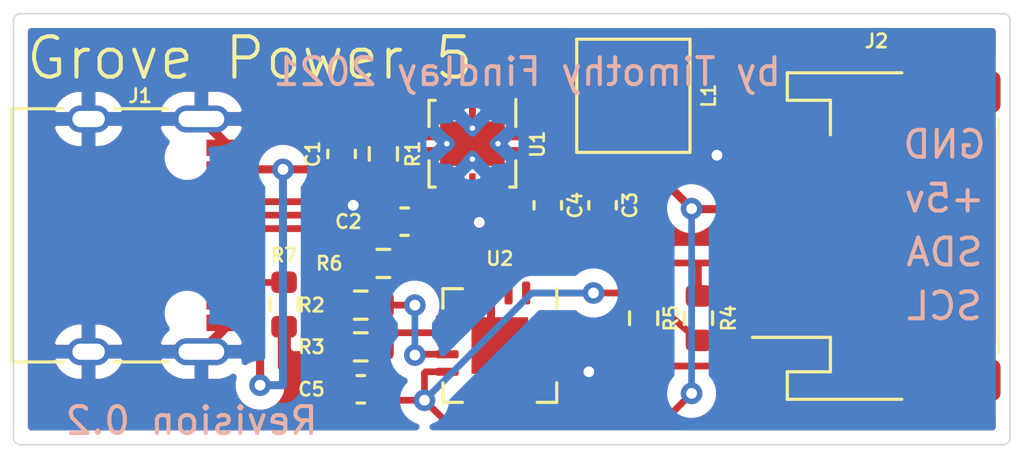
<source format=kicad_pcb>
(kicad_pcb (version 20171130) (host pcbnew "(5.1.10-1-10_14)")

  (general
    (thickness 1.6)
    (drawings 16)
    (tracks 132)
    (zones 0)
    (modules 17)
    (nets 26)
  )

  (page A4)
  (title_block
    (title "Grove Power 5")
    (rev 0.1)
  )

  (layers
    (0 F.Cu signal)
    (31 B.Cu signal)
    (32 B.Adhes user)
    (33 F.Adhes user)
    (34 B.Paste user)
    (35 F.Paste user)
    (36 B.SilkS user)
    (37 F.SilkS user)
    (38 B.Mask user)
    (39 F.Mask user)
    (40 Dwgs.User user)
    (41 Cmts.User user)
    (42 Eco1.User user)
    (43 Eco2.User user)
    (44 Edge.Cuts user)
    (45 Margin user hide)
    (46 B.CrtYd user)
    (47 F.CrtYd user)
    (48 B.Fab user)
    (49 F.Fab user hide)
  )

  (setup
    (last_trace_width 0.25)
    (trace_clearance 0.2)
    (zone_clearance 0.508)
    (zone_45_only no)
    (trace_min 0.2)
    (via_size 0.8)
    (via_drill 0.4)
    (via_min_size 0.4)
    (via_min_drill 0.3)
    (uvia_size 0.3)
    (uvia_drill 0.1)
    (uvias_allowed no)
    (uvia_min_size 0.2)
    (uvia_min_drill 0.1)
    (edge_width 0.05)
    (segment_width 0.2)
    (pcb_text_width 0.3)
    (pcb_text_size 1.5 1.5)
    (mod_edge_width 0.12)
    (mod_text_size 1 1)
    (mod_text_width 0.15)
    (pad_size 2.2 2.2)
    (pad_drill 2.2)
    (pad_to_mask_clearance 0)
    (aux_axis_origin 0 0)
    (visible_elements 7FFFFFFF)
    (pcbplotparams
      (layerselection 0x010fc_ffffffff)
      (usegerberextensions true)
      (usegerberattributes false)
      (usegerberadvancedattributes false)
      (creategerberjobfile false)
      (excludeedgelayer true)
      (linewidth 0.100000)
      (plotframeref false)
      (viasonmask false)
      (mode 1)
      (useauxorigin false)
      (hpglpennumber 1)
      (hpglpenspeed 20)
      (hpglpendiameter 15.000000)
      (psnegative false)
      (psa4output false)
      (plotreference true)
      (plotvalue false)
      (plotinvisibletext false)
      (padsonsilk false)
      (subtractmaskfromsilk false)
      (outputformat 1)
      (mirror false)
      (drillshape 0)
      (scaleselection 1)
      (outputdirectory "Gerber20211026/"))
  )

  (net 0 "")
  (net 1 GND)
  (net 2 "Net-(C2-Pad1)")
  (net 3 "Net-(J1-PadB8)")
  (net 4 "Net-(J1-PadA5)")
  (net 5 "Net-(J1-PadA7)")
  (net 6 "Net-(J1-PadB6)")
  (net 7 "Net-(J1-PadA8)")
  (net 8 "Net-(J1-PadB5)")
  (net 9 "Net-(L1-Pad2)")
  (net 10 "Net-(L1-Pad1)")
  (net 11 "Net-(R2-Pad1)")
  (net 12 "Net-(R3-Pad1)")
  (net 13 "Net-(U2-Pad15)")
  (net 14 "Net-(U2-Pad14)")
  (net 15 "Net-(U2-Pad12)")
  (net 16 "Net-(U2-Pad11)")
  (net 17 "Net-(U2-Pad5)")
  (net 18 "Net-(U2-Pad4)")
  (net 19 VBUS)
  (net 20 /SDA)
  (net 21 /SCL)
  (net 22 +5V)
  (net 23 +3V3)
  (net 24 /USBDM)
  (net 25 /USBDP)

  (net_class Default "This is the default net class."
    (clearance 0.2)
    (trace_width 0.25)
    (via_dia 0.8)
    (via_drill 0.4)
    (uvia_dia 0.3)
    (uvia_drill 0.1)
    (add_net +3V3)
    (add_net +5V)
    (add_net /SCL)
    (add_net /SDA)
    (add_net /USBDM)
    (add_net /USBDP)
    (add_net GND)
    (add_net "Net-(C2-Pad1)")
    (add_net "Net-(J1-PadA5)")
    (add_net "Net-(J1-PadA7)")
    (add_net "Net-(J1-PadA8)")
    (add_net "Net-(J1-PadB5)")
    (add_net "Net-(J1-PadB6)")
    (add_net "Net-(J1-PadB8)")
    (add_net "Net-(L1-Pad1)")
    (add_net "Net-(L1-Pad2)")
    (add_net "Net-(R2-Pad1)")
    (add_net "Net-(R3-Pad1)")
    (add_net "Net-(U2-Pad11)")
    (add_net "Net-(U2-Pad12)")
    (add_net "Net-(U2-Pad14)")
    (add_net "Net-(U2-Pad15)")
    (add_net "Net-(U2-Pad4)")
    (add_net "Net-(U2-Pad5)")
    (add_net VBUS)
  )

  (module Inductor_SMD:L_TDK_VLS4012 (layer F.Cu) (tedit 6177E6CC) (tstamp 61826557)
    (at 148.463 83.693 270)
    (path /61492DE2)
    (fp_text reference L1 (at 0 -2.794 90) (layer F.SilkS)
      (effects (font (size 0.5 0.5) (thickness 0.1)))
    )
    (fp_text value 2.2uH (at 0 -3.048 90) (layer F.Fab)
      (effects (font (size 1 1) (thickness 0.15)))
    )
    (fp_line (start -2.2 -2.3) (end 2.2 -2.3) (layer F.CrtYd) (width 0.12))
    (fp_line (start -2.2 2.3) (end -2.2 -2.3) (layer F.CrtYd) (width 0.12))
    (fp_line (start -2.2 2.3) (end 2.2 2.3) (layer F.CrtYd) (width 0.12))
    (fp_line (start 2.2 2.3) (end 2.2 -2.3) (layer F.CrtYd) (width 0.12))
    (fp_line (start -2.1 -2.1) (end 2.1 -2.1) (layer F.SilkS) (width 0.12))
    (fp_line (start 2.1 -2.1) (end 2.1 2.1) (layer F.SilkS) (width 0.12))
    (fp_line (start 2.1 2.1) (end -2.1 2.1) (layer F.SilkS) (width 0.12))
    (fp_line (start -2.1 2.1) (end -2.1 -2.1) (layer F.SilkS) (width 0.12))
    (pad 2 smd rect (at 1.4 0 270) (size 1.3 4.4) (layers F.Cu F.Paste F.Mask)
      (net 9 "Net-(L1-Pad2)"))
    (pad 1 smd rect (at -1.4 0 270) (size 1.3 4.4) (layers F.Cu F.Paste F.Mask)
      (net 10 "Net-(L1-Pad1)"))
    (model ${KISYS3DMOD}/Inductor_SMD.3dshapes/L_TDK_VLS4012.step
      (at (xyz 0 0 0))
      (scale (xyz 1 1 1))
      (rotate (xyz -90 0 0))
    )
  )

  (module Resistor_SMD:R_0603_1608Metric (layer F.Cu) (tedit 5F68FEEE) (tstamp 61544FEF)
    (at 135.509 91.44 270)
    (descr "Resistor SMD 0603 (1608 Metric), square (rectangular) end terminal, IPC_7351 nominal, (Body size source: IPC-SM-782 page 72, https://www.pcb-3d.com/wordpress/wp-content/uploads/ipc-sm-782a_amendment_1_and_2.pdf), generated with kicad-footprint-generator")
    (tags resistor)
    (path /61547FAE)
    (attr smd)
    (fp_text reference R7 (at -1.8288 0 180) (layer F.SilkS)
      (effects (font (size 0.5 0.5) (thickness 0.1)))
    )
    (fp_text value "5.1k Ohm" (at 0 1.43 90) (layer F.Fab)
      (effects (font (size 1 1) (thickness 0.15)))
    )
    (fp_line (start -0.8 0.4125) (end -0.8 -0.4125) (layer F.Fab) (width 0.1))
    (fp_line (start -0.8 -0.4125) (end 0.8 -0.4125) (layer F.Fab) (width 0.1))
    (fp_line (start 0.8 -0.4125) (end 0.8 0.4125) (layer F.Fab) (width 0.1))
    (fp_line (start 0.8 0.4125) (end -0.8 0.4125) (layer F.Fab) (width 0.1))
    (fp_line (start -0.237258 -0.5225) (end 0.237258 -0.5225) (layer F.SilkS) (width 0.12))
    (fp_line (start -0.237258 0.5225) (end 0.237258 0.5225) (layer F.SilkS) (width 0.12))
    (fp_line (start -1.48 0.73) (end -1.48 -0.73) (layer F.CrtYd) (width 0.05))
    (fp_line (start -1.48 -0.73) (end 1.48 -0.73) (layer F.CrtYd) (width 0.05))
    (fp_line (start 1.48 -0.73) (end 1.48 0.73) (layer F.CrtYd) (width 0.05))
    (fp_line (start 1.48 0.73) (end -1.48 0.73) (layer F.CrtYd) (width 0.05))
    (fp_text user %R (at 0 0 90) (layer F.Fab)
      (effects (font (size 0.4 0.4) (thickness 0.06)))
    )
    (pad 2 smd roundrect (at 0.825 0 270) (size 0.8 0.95) (layers F.Cu F.Paste F.Mask) (roundrect_rratio 0.25)
      (net 1 GND))
    (pad 1 smd roundrect (at -0.825 0 270) (size 0.8 0.95) (layers F.Cu F.Paste F.Mask) (roundrect_rratio 0.25)
      (net 8 "Net-(J1-PadB5)"))
    (model ${KISYS3DMOD}/Resistor_SMD.3dshapes/R_0603_1608Metric.wrl
      (at (xyz 0 0 0))
      (scale (xyz 1 1 1))
      (rotate (xyz 0 0 0))
    )
  )

  (module Resistor_SMD:R_0603_1608Metric (layer F.Cu) (tedit 5F68FEEE) (tstamp 615454BA)
    (at 139.192 89.916)
    (descr "Resistor SMD 0603 (1608 Metric), square (rectangular) end terminal, IPC_7351 nominal, (Body size source: IPC-SM-782 page 72, https://www.pcb-3d.com/wordpress/wp-content/uploads/ipc-sm-782a_amendment_1_and_2.pdf), generated with kicad-footprint-generator")
    (tags resistor)
    (path /61545907)
    (attr smd)
    (fp_text reference R6 (at -2.0066 0) (layer F.SilkS)
      (effects (font (size 0.5 0.5) (thickness 0.1)))
    )
    (fp_text value "5.1k Ohm" (at 0 1.43) (layer F.Fab)
      (effects (font (size 1 1) (thickness 0.15)))
    )
    (fp_line (start -0.8 0.4125) (end -0.8 -0.4125) (layer F.Fab) (width 0.1))
    (fp_line (start -0.8 -0.4125) (end 0.8 -0.4125) (layer F.Fab) (width 0.1))
    (fp_line (start 0.8 -0.4125) (end 0.8 0.4125) (layer F.Fab) (width 0.1))
    (fp_line (start 0.8 0.4125) (end -0.8 0.4125) (layer F.Fab) (width 0.1))
    (fp_line (start -0.237258 -0.5225) (end 0.237258 -0.5225) (layer F.SilkS) (width 0.12))
    (fp_line (start -0.237258 0.5225) (end 0.237258 0.5225) (layer F.SilkS) (width 0.12))
    (fp_line (start -1.48 0.73) (end -1.48 -0.73) (layer F.CrtYd) (width 0.05))
    (fp_line (start -1.48 -0.73) (end 1.48 -0.73) (layer F.CrtYd) (width 0.05))
    (fp_line (start 1.48 -0.73) (end 1.48 0.73) (layer F.CrtYd) (width 0.05))
    (fp_line (start 1.48 0.73) (end -1.48 0.73) (layer F.CrtYd) (width 0.05))
    (fp_text user %R (at 0 0 180) (layer F.Fab)
      (effects (font (size 0.4 0.4) (thickness 0.06)))
    )
    (pad 2 smd roundrect (at 0.825 0) (size 0.8 0.95) (layers F.Cu F.Paste F.Mask) (roundrect_rratio 0.25)
      (net 1 GND))
    (pad 1 smd roundrect (at -0.825 0) (size 0.8 0.95) (layers F.Cu F.Paste F.Mask) (roundrect_rratio 0.25)
      (net 4 "Net-(J1-PadA5)"))
    (model ${KISYS3DMOD}/Resistor_SMD.3dshapes/R_0603_1608Metric.wrl
      (at (xyz 0 0 0))
      (scale (xyz 1 1 1))
      (rotate (xyz 0 0 0))
    )
  )

  (module Connector_USB:USB_C_Receptacle_HRO_TYPE-C-31-M-12 (layer F.Cu) (tedit 5D3C0721) (tstamp 61545BC9)
    (at 129.3114 88.8746 270)
    (descr "USB Type-C receptacle for USB 2.0 and PD, http://www.krhro.com/uploads/soft/180320/1-1P320120243.pdf")
    (tags "usb usb-c 2.0 pd")
    (path /6146B484)
    (attr smd)
    (fp_text reference J1 (at -5.1816 -0.8636 180) (layer F.SilkS)
      (effects (font (size 0.5 0.5) (thickness 0.1)))
    )
    (fp_text value USB_C_Receptacle_USB2.0 (at 0 3.0734 90) (layer F.Fab)
      (effects (font (size 0.5 0.5) (thickness 0.1)))
    )
    (fp_line (start -4.7 2) (end -4.7 3.9) (layer F.SilkS) (width 0.12))
    (fp_line (start -4.7 -1.9) (end -4.7 0.1) (layer F.SilkS) (width 0.12))
    (fp_line (start 4.7 2) (end 4.7 3.9) (layer F.SilkS) (width 0.12))
    (fp_line (start 4.7 -1.9) (end 4.7 0.1) (layer F.SilkS) (width 0.12))
    (fp_line (start 5.32 -5.27) (end 5.32 4.15) (layer F.CrtYd) (width 0.05))
    (fp_line (start -5.32 -5.27) (end -5.32 4.15) (layer F.CrtYd) (width 0.05))
    (fp_line (start -5.32 4.15) (end 5.32 4.15) (layer F.CrtYd) (width 0.05))
    (fp_line (start -5.32 -5.27) (end 5.32 -5.27) (layer F.CrtYd) (width 0.05))
    (fp_line (start 4.47 -3.65) (end 4.47 3.65) (layer F.Fab) (width 0.1))
    (fp_line (start -4.47 3.65) (end 4.47 3.65) (layer F.Fab) (width 0.1))
    (fp_line (start -4.47 -3.65) (end -4.47 3.65) (layer F.Fab) (width 0.1))
    (fp_line (start -4.47 -3.65) (end 4.47 -3.65) (layer F.Fab) (width 0.1))
    (fp_line (start -4.7 3.9) (end 4.7 3.9) (layer F.SilkS) (width 0.12))
    (fp_text user %R (at 0 0 90) (layer F.Fab)
      (effects (font (size 1 1) (thickness 0.15)))
    )
    (pad B1 smd rect (at 3.25 -4.045 270) (size 0.6 1.45) (layers F.Cu F.Paste F.Mask)
      (net 1 GND))
    (pad A9 smd rect (at 2.45 -4.045 270) (size 0.6 1.45) (layers F.Cu F.Paste F.Mask)
      (net 19 VBUS))
    (pad B9 smd rect (at -2.45 -4.045 270) (size 0.6 1.45) (layers F.Cu F.Paste F.Mask)
      (net 19 VBUS))
    (pad B12 smd rect (at -3.25 -4.045 270) (size 0.6 1.45) (layers F.Cu F.Paste F.Mask)
      (net 1 GND))
    (pad A1 smd rect (at -3.25 -4.045 270) (size 0.6 1.45) (layers F.Cu F.Paste F.Mask)
      (net 1 GND))
    (pad A4 smd rect (at -2.45 -4.045 270) (size 0.6 1.45) (layers F.Cu F.Paste F.Mask)
      (net 19 VBUS))
    (pad B4 smd rect (at 2.45 -4.045 270) (size 0.6 1.45) (layers F.Cu F.Paste F.Mask)
      (net 19 VBUS))
    (pad A12 smd rect (at 3.25 -4.045 270) (size 0.6 1.45) (layers F.Cu F.Paste F.Mask)
      (net 1 GND))
    (pad B8 smd rect (at -1.75 -4.045 270) (size 0.3 1.45) (layers F.Cu F.Paste F.Mask)
      (net 3 "Net-(J1-PadB8)"))
    (pad A5 smd rect (at -1.25 -4.045 270) (size 0.3 1.45) (layers F.Cu F.Paste F.Mask)
      (net 4 "Net-(J1-PadA5)"))
    (pad B7 smd rect (at -0.75 -4.045 270) (size 0.3 1.45) (layers F.Cu F.Paste F.Mask)
      (net 24 /USBDM))
    (pad A7 smd rect (at 0.25 -4.045 270) (size 0.3 1.45) (layers F.Cu F.Paste F.Mask)
      (net 5 "Net-(J1-PadA7)"))
    (pad B6 smd rect (at 0.75 -4.045 270) (size 0.3 1.45) (layers F.Cu F.Paste F.Mask)
      (net 6 "Net-(J1-PadB6)"))
    (pad A8 smd rect (at 1.25 -4.045 270) (size 0.3 1.45) (layers F.Cu F.Paste F.Mask)
      (net 7 "Net-(J1-PadA8)"))
    (pad B5 smd rect (at 1.75 -4.045 270) (size 0.3 1.45) (layers F.Cu F.Paste F.Mask)
      (net 8 "Net-(J1-PadB5)"))
    (pad A6 smd rect (at -0.25 -4.045 270) (size 0.3 1.45) (layers F.Cu F.Paste F.Mask)
      (net 25 /USBDP))
    (pad S1 thru_hole oval (at 4.32 -3.13 270) (size 1 2.1) (drill oval 0.6 1.7) (layers *.Cu *.Mask)
      (net 1 GND))
    (pad S1 thru_hole oval (at -4.32 -3.13 270) (size 1 2.1) (drill oval 0.6 1.7) (layers *.Cu *.Mask)
      (net 1 GND))
    (pad "" np_thru_hole circle (at -2.89 -2.6 270) (size 0.65 0.65) (drill 0.65) (layers *.Cu *.Mask))
    (pad S1 thru_hole oval (at -4.32 1.05 270) (size 1 1.6) (drill oval 0.6 1.2) (layers *.Cu *.Mask)
      (net 1 GND))
    (pad "" np_thru_hole circle (at 2.89 -2.6 270) (size 0.65 0.65) (drill 0.65) (layers *.Cu *.Mask))
    (pad S1 thru_hole oval (at 4.32 1.05 270) (size 1 1.6) (drill oval 0.6 1.2) (layers *.Cu *.Mask)
      (net 1 GND))
    (model ${KISYS3DMOD}/Connector_USB.3dshapes/u262-241n-4bv64.step
      (offset (xyz 0 -3.4 1.778))
      (scale (xyz 1 1 1))
      (rotate (xyz 90 180 180))
    )
  )

  (module Resistor_SMD:R_0603_1608Metric (layer F.Cu) (tedit 5F68FEEE) (tstamp 61488E45)
    (at 150.876 91.948 90)
    (descr "Resistor SMD 0603 (1608 Metric), square (rectangular) end terminal, IPC_7351 nominal, (Body size source: IPC-SM-782 page 72, https://www.pcb-3d.com/wordpress/wp-content/uploads/ipc-sm-782a_amendment_1_and_2.pdf), generated with kicad-footprint-generator")
    (tags resistor)
    (path /6149F95D)
    (attr smd)
    (fp_text reference R5 (at 0 -1.016 90) (layer F.SilkS)
      (effects (font (size 0.5 0.5) (thickness 0.1)))
    )
    (fp_text value "1k Ohm" (at 0 1.43 90) (layer F.Fab)
      (effects (font (size 1 1) (thickness 0.15)))
    )
    (fp_line (start -0.8 0.4125) (end -0.8 -0.4125) (layer F.Fab) (width 0.1))
    (fp_line (start -0.8 -0.4125) (end 0.8 -0.4125) (layer F.Fab) (width 0.1))
    (fp_line (start 0.8 -0.4125) (end 0.8 0.4125) (layer F.Fab) (width 0.1))
    (fp_line (start 0.8 0.4125) (end -0.8 0.4125) (layer F.Fab) (width 0.1))
    (fp_line (start -0.237258 -0.5225) (end 0.237258 -0.5225) (layer F.SilkS) (width 0.12))
    (fp_line (start -0.237258 0.5225) (end 0.237258 0.5225) (layer F.SilkS) (width 0.12))
    (fp_line (start -1.48 0.73) (end -1.48 -0.73) (layer F.CrtYd) (width 0.05))
    (fp_line (start -1.48 -0.73) (end 1.48 -0.73) (layer F.CrtYd) (width 0.05))
    (fp_line (start 1.48 -0.73) (end 1.48 0.73) (layer F.CrtYd) (width 0.05))
    (fp_line (start 1.48 0.73) (end -1.48 0.73) (layer F.CrtYd) (width 0.05))
    (fp_text user %R (at 0 0 90) (layer F.Fab)
      (effects (font (size 0.4 0.4) (thickness 0.06)))
    )
    (pad 1 smd roundrect (at -0.825 0 90) (size 0.8 0.95) (layers F.Cu F.Paste F.Mask) (roundrect_rratio 0.25)
      (net 23 +3V3))
    (pad 2 smd roundrect (at 0.825 0 90) (size 0.8 0.95) (layers F.Cu F.Paste F.Mask) (roundrect_rratio 0.25)
      (net 20 /SDA))
    (model ${KISYS3DMOD}/Resistor_SMD.3dshapes/R_0603_1608Metric.wrl
      (at (xyz 0 0 0))
      (scale (xyz 1 1 1))
      (rotate (xyz 0 0 0))
    )
  )

  (module Resistor_SMD:R_0603_1608Metric (layer F.Cu) (tedit 5F68FEEE) (tstamp 61488E34)
    (at 148.844 91.948 270)
    (descr "Resistor SMD 0603 (1608 Metric), square (rectangular) end terminal, IPC_7351 nominal, (Body size source: IPC-SM-782 page 72, https://www.pcb-3d.com/wordpress/wp-content/uploads/ipc-sm-782a_amendment_1_and_2.pdf), generated with kicad-footprint-generator")
    (tags resistor)
    (path /6149EFC4)
    (attr smd)
    (fp_text reference R4 (at 0 -3.1496 90) (layer F.SilkS)
      (effects (font (size 0.5 0.5) (thickness 0.1)))
    )
    (fp_text value "1k Ohm" (at 0 1.43 90) (layer F.Fab)
      (effects (font (size 1 1) (thickness 0.15)))
    )
    (fp_line (start -0.8 0.4125) (end -0.8 -0.4125) (layer F.Fab) (width 0.1))
    (fp_line (start -0.8 -0.4125) (end 0.8 -0.4125) (layer F.Fab) (width 0.1))
    (fp_line (start 0.8 -0.4125) (end 0.8 0.4125) (layer F.Fab) (width 0.1))
    (fp_line (start 0.8 0.4125) (end -0.8 0.4125) (layer F.Fab) (width 0.1))
    (fp_line (start -0.237258 -0.5225) (end 0.237258 -0.5225) (layer F.SilkS) (width 0.12))
    (fp_line (start -0.237258 0.5225) (end 0.237258 0.5225) (layer F.SilkS) (width 0.12))
    (fp_line (start -1.48 0.73) (end -1.48 -0.73) (layer F.CrtYd) (width 0.05))
    (fp_line (start -1.48 -0.73) (end 1.48 -0.73) (layer F.CrtYd) (width 0.05))
    (fp_line (start 1.48 -0.73) (end 1.48 0.73) (layer F.CrtYd) (width 0.05))
    (fp_line (start 1.48 0.73) (end -1.48 0.73) (layer F.CrtYd) (width 0.05))
    (fp_text user %R (at 0 0 90) (layer F.Fab)
      (effects (font (size 0.4 0.4) (thickness 0.06)))
    )
    (pad 1 smd roundrect (at -0.825 0 270) (size 0.8 0.95) (layers F.Cu F.Paste F.Mask) (roundrect_rratio 0.25)
      (net 23 +3V3))
    (pad 2 smd roundrect (at 0.825 0 270) (size 0.8 0.95) (layers F.Cu F.Paste F.Mask) (roundrect_rratio 0.25)
      (net 21 /SCL))
    (model ${KISYS3DMOD}/Resistor_SMD.3dshapes/R_0603_1608Metric.wrl
      (at (xyz 0 0 0))
      (scale (xyz 1 1 1))
      (rotate (xyz 0 0 0))
    )
  )

  (module Connector_JST:JST_PH_S4B-PH-SM4-TB_1x04-1MP_P2.00mm_Horizontal (layer F.Cu) (tedit 5B78AD87) (tstamp 61489AEE)
    (at 157.48 88.9 90)
    (descr "JST PH series connector, S4B-PH-SM4-TB (http://www.jst-mfg.com/product/pdf/eng/ePH.pdf), generated with kicad-footprint-generator")
    (tags "connector JST PH top entry")
    (path /61478F62)
    (attr smd)
    (fp_text reference J2 (at 7.239 0 180) (layer F.SilkS)
      (effects (font (size 0.5 0.5) (thickness 0.1)))
    )
    (fp_text value 114020164 (at 0 3.302 90) (layer F.Fab)
      (effects (font (size 1 1) (thickness 0.15)))
    )
    (fp_line (start -5.95 -3.2) (end -5.15 -3.2) (layer F.Fab) (width 0.1))
    (fp_line (start -5.15 -3.2) (end -5.15 -1.6) (layer F.Fab) (width 0.1))
    (fp_line (start -5.15 -1.6) (end 5.15 -1.6) (layer F.Fab) (width 0.1))
    (fp_line (start 5.15 -1.6) (end 5.15 -3.2) (layer F.Fab) (width 0.1))
    (fp_line (start 5.15 -3.2) (end 5.95 -3.2) (layer F.Fab) (width 0.1))
    (fp_line (start -6.06 0.94) (end -6.06 -3.31) (layer F.SilkS) (width 0.12))
    (fp_line (start -6.06 -3.31) (end -5.04 -3.31) (layer F.SilkS) (width 0.12))
    (fp_line (start -5.04 -3.31) (end -5.04 -1.71) (layer F.SilkS) (width 0.12))
    (fp_line (start -5.04 -1.71) (end -3.76 -1.71) (layer F.SilkS) (width 0.12))
    (fp_line (start -3.76 -1.71) (end -3.76 -4.6) (layer F.SilkS) (width 0.12))
    (fp_line (start 6.06 0.94) (end 6.06 -3.31) (layer F.SilkS) (width 0.12))
    (fp_line (start 6.06 -3.31) (end 5.04 -3.31) (layer F.SilkS) (width 0.12))
    (fp_line (start 5.04 -3.31) (end 5.04 -1.71) (layer F.SilkS) (width 0.12))
    (fp_line (start 5.04 -1.71) (end 3.76 -1.71) (layer F.SilkS) (width 0.12))
    (fp_line (start -4.34 4.51) (end 4.34 4.51) (layer F.SilkS) (width 0.12))
    (fp_line (start -5.95 4.4) (end 5.95 4.4) (layer F.Fab) (width 0.1))
    (fp_line (start -5.95 -3.2) (end -5.95 4.4) (layer F.Fab) (width 0.1))
    (fp_line (start 5.95 -3.2) (end 5.95 4.4) (layer F.Fab) (width 0.1))
    (fp_line (start -6.6 -5.1) (end -6.6 5.1) (layer F.CrtYd) (width 0.05))
    (fp_line (start -6.6 5.1) (end 6.6 5.1) (layer F.CrtYd) (width 0.05))
    (fp_line (start 6.6 5.1) (end 6.6 -5.1) (layer F.CrtYd) (width 0.05))
    (fp_line (start 6.6 -5.1) (end -6.6 -5.1) (layer F.CrtYd) (width 0.05))
    (fp_line (start -3.5 -1.6) (end -3 -0.892893) (layer F.Fab) (width 0.1))
    (fp_line (start -3 -0.892893) (end -2.5 -1.6) (layer F.Fab) (width 0.1))
    (fp_text user %R (at 0 1.5 90) (layer F.Fab)
      (effects (font (size 1 1) (thickness 0.15)))
    )
    (pad 1 smd roundrect (at -3 -2.85 90) (size 1 3.5) (layers F.Cu F.Paste F.Mask) (roundrect_rratio 0.25)
      (net 21 /SCL))
    (pad 2 smd roundrect (at -1 -2.85 90) (size 1 3.5) (layers F.Cu F.Paste F.Mask) (roundrect_rratio 0.25)
      (net 20 /SDA))
    (pad 3 smd roundrect (at 1 -2.85 90) (size 1 3.5) (layers F.Cu F.Paste F.Mask) (roundrect_rratio 0.25)
      (net 22 +5V))
    (pad 4 smd roundrect (at 3 -2.85 90) (size 1 3.5) (layers F.Cu F.Paste F.Mask) (roundrect_rratio 0.25)
      (net 1 GND))
    (pad MP smd roundrect (at -5.35 2.9 90) (size 1.5 3.4) (layers F.Cu F.Paste F.Mask) (roundrect_rratio 0.1666666666666667))
    (pad MP smd roundrect (at 5.35 2.9 90) (size 1.5 3.4) (layers F.Cu F.Paste F.Mask) (roundrect_rratio 0.1666666666666667))
    (model ${KISYS3DMOD}/Connector_JST.3dshapes/JST_PH_S4B-PH-K_1x04_P2.00mm_Horizontal.step
      (offset (xyz -3 1.5 0))
      (scale (xyz 1 1 1))
      (rotate (xyz 0 0 0))
    )
  )

  (module Package_DFN_QFN:QFN-16-1EP_4x4mm_P0.65mm_EP2.1x2.1mm (layer F.Cu) (tedit 5DC5F6A3) (tstamp 61489F4D)
    (at 143.51 92.964 270)
    (descr "QFN, 16 Pin (http://www.thatcorp.com/datashts/THAT_1580_Datasheet.pdf), generated with kicad-footprint-generator ipc_noLead_generator.py")
    (tags "QFN NoLead")
    (path /614A0379)
    (attr smd)
    (fp_text reference U2 (at -3.2258 0 180) (layer F.SilkS)
      (effects (font (size 0.5 0.5) (thickness 0.1)))
    )
    (fp_text value FT201XQ (at -3.81 0 180) (layer F.Fab)
      (effects (font (size 1 1) (thickness 0.15)))
    )
    (fp_line (start 1.385 -2.11) (end 2.11 -2.11) (layer F.SilkS) (width 0.12))
    (fp_line (start 2.11 -2.11) (end 2.11 -1.385) (layer F.SilkS) (width 0.12))
    (fp_line (start -1.385 2.11) (end -2.11 2.11) (layer F.SilkS) (width 0.12))
    (fp_line (start -2.11 2.11) (end -2.11 1.385) (layer F.SilkS) (width 0.12))
    (fp_line (start 1.385 2.11) (end 2.11 2.11) (layer F.SilkS) (width 0.12))
    (fp_line (start 2.11 2.11) (end 2.11 1.385) (layer F.SilkS) (width 0.12))
    (fp_line (start -1.385 -2.11) (end -2.11 -2.11) (layer F.SilkS) (width 0.12))
    (fp_line (start -1 -2) (end 2 -2) (layer F.Fab) (width 0.1))
    (fp_line (start 2 -2) (end 2 2) (layer F.Fab) (width 0.1))
    (fp_line (start 2 2) (end -2 2) (layer F.Fab) (width 0.1))
    (fp_line (start -2 2) (end -2 -1) (layer F.Fab) (width 0.1))
    (fp_line (start -2 -1) (end -1 -2) (layer F.Fab) (width 0.1))
    (fp_line (start -2.62 -2.62) (end -2.62 2.62) (layer F.CrtYd) (width 0.05))
    (fp_line (start -2.62 2.62) (end 2.62 2.62) (layer F.CrtYd) (width 0.05))
    (fp_line (start 2.62 2.62) (end 2.62 -2.62) (layer F.CrtYd) (width 0.05))
    (fp_line (start 2.62 -2.62) (end -2.62 -2.62) (layer F.CrtYd) (width 0.05))
    (fp_text user %R (at 0 0 90) (layer F.Fab)
      (effects (font (size 1 1) (thickness 0.15)))
    )
    (pad "" smd roundrect (at 0.525 0.525 270) (size 0.85 0.85) (layers F.Paste) (roundrect_rratio 0.25))
    (pad "" smd roundrect (at 0.525 -0.525 270) (size 0.85 0.85) (layers F.Paste) (roundrect_rratio 0.25))
    (pad "" smd roundrect (at -0.525 0.525 270) (size 0.85 0.85) (layers F.Paste) (roundrect_rratio 0.25))
    (pad "" smd roundrect (at -0.525 -0.525 270) (size 0.85 0.85) (layers F.Paste) (roundrect_rratio 0.25))
    (pad 17 smd rect (at 0 0 270) (size 2.1 2.1) (layers F.Cu F.Mask)
      (net 1 GND))
    (pad 16 smd roundrect (at -0.975 -1.95 270) (size 0.3 0.85) (layers F.Cu F.Paste F.Mask) (roundrect_rratio 0.25)
      (net 21 /SCL))
    (pad 15 smd roundrect (at -0.325 -1.95 270) (size 0.3 0.85) (layers F.Cu F.Paste F.Mask) (roundrect_rratio 0.25)
      (net 13 "Net-(U2-Pad15)"))
    (pad 14 smd roundrect (at 0.325 -1.95 270) (size 0.3 0.85) (layers F.Cu F.Paste F.Mask) (roundrect_rratio 0.25)
      (net 14 "Net-(U2-Pad14)"))
    (pad 13 smd roundrect (at 0.975 -1.95 270) (size 0.3 0.85) (layers F.Cu F.Paste F.Mask) (roundrect_rratio 0.25)
      (net 1 GND))
    (pad 12 smd roundrect (at 1.95 -0.975 270) (size 0.85 0.3) (layers F.Cu F.Paste F.Mask) (roundrect_rratio 0.25)
      (net 15 "Net-(U2-Pad12)"))
    (pad 11 smd roundrect (at 1.95 -0.325 270) (size 0.85 0.3) (layers F.Cu F.Paste F.Mask) (roundrect_rratio 0.25)
      (net 16 "Net-(U2-Pad11)"))
    (pad 10 smd roundrect (at 1.95 0.325 270) (size 0.85 0.3) (layers F.Cu F.Paste F.Mask) (roundrect_rratio 0.25)
      (net 22 +5V))
    (pad 9 smd roundrect (at 1.95 0.975 270) (size 0.85 0.3) (layers F.Cu F.Paste F.Mask) (roundrect_rratio 0.25)
      (net 23 +3V3))
    (pad 8 smd roundrect (at 0.975 1.95 270) (size 0.3 0.85) (layers F.Cu F.Paste F.Mask) (roundrect_rratio 0.25)
      (net 23 +3V3))
    (pad 7 smd roundrect (at 0.325 1.95 270) (size 0.3 0.85) (layers F.Cu F.Paste F.Mask) (roundrect_rratio 0.25)
      (net 11 "Net-(R2-Pad1)"))
    (pad 6 smd roundrect (at -0.325 1.95 270) (size 0.3 0.85) (layers F.Cu F.Paste F.Mask) (roundrect_rratio 0.25)
      (net 12 "Net-(R3-Pad1)"))
    (pad 5 smd roundrect (at -0.975 1.95 270) (size 0.3 0.85) (layers F.Cu F.Paste F.Mask) (roundrect_rratio 0.25)
      (net 17 "Net-(U2-Pad5)"))
    (pad 4 smd roundrect (at -1.95 0.975 270) (size 0.85 0.3) (layers F.Cu F.Paste F.Mask) (roundrect_rratio 0.25)
      (net 18 "Net-(U2-Pad4)"))
    (pad 3 smd roundrect (at -1.95 0.325 270) (size 0.85 0.3) (layers F.Cu F.Paste F.Mask) (roundrect_rratio 0.25)
      (net 1 GND))
    (pad 2 smd roundrect (at -1.95 -0.325 270) (size 0.85 0.3) (layers F.Cu F.Paste F.Mask) (roundrect_rratio 0.25)
      (net 20 /SDA))
    (pad 1 smd roundrect (at -1.95 -0.975 270) (size 0.85 0.3) (layers F.Cu F.Paste F.Mask) (roundrect_rratio 0.25)
      (net 23 +3V3))
    (model ${KISYS3DMOD}/Package_DFN_QFN.3dshapes/QFN-16-1EP_4x4mm_P0.65mm_EP2.1x2.1mm.wrl
      (at (xyz 0 0 0))
      (scale (xyz 1 1 1))
      (rotate (xyz 0 0 0))
    )
  )

  (module Package_SON:Texas_DRC0010J_ThermalVias (layer F.Cu) (tedit 5C20F0C0) (tstamp 61474240)
    (at 142.494 85.471 270)
    (descr "Texas DRC0010J, VSON10 3x3mm Body, 0.5mm Pitch,  http://www.ti.com/lit/ds/symlink/tps63000.pdf")
    (tags "Texas VSON10 3x3mm")
    (path /6148040F)
    (attr smd)
    (fp_text reference U1 (at 0.02032 -2.413 90) (layer F.SilkS)
      (effects (font (size 0.5 0.5) (thickness 0.1)))
    )
    (fp_text value TPS63002 (at 5.08 -2.794 90) (layer F.Fab)
      (effects (font (size 1 1) (thickness 0.15)))
    )
    (fp_line (start -0.8 -1.5) (end 1.5 -1.5) (layer F.Fab) (width 0.1))
    (fp_line (start 1.5 -1.5) (end 1.5 1.5) (layer F.Fab) (width 0.1))
    (fp_line (start -1.5 -0.8) (end -1.5 1.5) (layer F.Fab) (width 0.1))
    (fp_line (start -1.5 1.5) (end 1.5 1.5) (layer F.Fab) (width 0.1))
    (fp_line (start -1.95 -1.95) (end 1.95 -1.95) (layer F.CrtYd) (width 0.05))
    (fp_line (start 1.95 -1.95) (end 1.95 1.95) (layer F.CrtYd) (width 0.05))
    (fp_line (start -1.95 -1.95) (end -1.95 1.95) (layer F.CrtYd) (width 0.05))
    (fp_line (start -1.95 1.95) (end 1.95 1.95) (layer F.CrtYd) (width 0.05))
    (fp_line (start -1.5 -0.8) (end -0.8 -1.5) (layer F.Fab) (width 0.1))
    (fp_line (start -1.61 1.38) (end -1.61 1.61) (layer F.SilkS) (width 0.12))
    (fp_line (start -1.61 1.61) (end -0.635 1.61) (layer F.SilkS) (width 0.12))
    (fp_line (start 1.61 1.38) (end 1.61 1.61) (layer F.SilkS) (width 0.12))
    (fp_line (start 0.635 1.61) (end 1.61 1.61) (layer F.SilkS) (width 0.12))
    (fp_line (start 0.635 -1.61) (end 1.61 -1.61) (layer F.SilkS) (width 0.12))
    (fp_line (start 1.61 -1.61) (end 1.61 -1.38) (layer F.SilkS) (width 0.12))
    (fp_line (start -1.64 -1.61) (end -0.635 -1.61) (layer F.SilkS) (width 0.12))
    (fp_text user %R (at 0 0 90) (layer F.Fab)
      (effects (font (size 0.7 0.7) (thickness 0.1)))
    )
    (pad 11 thru_hole circle (at 0 -0.95 270) (size 0.5 0.5) (drill 0.2) (layers *.Cu)
      (net 1 GND))
    (pad 11 thru_hole circle (at 0.575 0 270) (size 0.5 0.5) (drill 0.2) (layers *.Cu)
      (net 1 GND))
    (pad 11 thru_hole circle (at -0.575 0 270) (size 0.5 0.5) (drill 0.2) (layers *.Cu)
      (net 1 GND))
    (pad 11 thru_hole circle (at 0 0.95 270) (size 0.5 0.5) (drill 0.2) (layers *.Cu)
      (net 1 GND))
    (pad 11 smd custom (at 0 0 270) (size 1.65 2.4) (layers F.Cu F.Mask)
      (net 1 GND) (zone_connect 0)
      (options (clearance outline) (anchor rect))
      (primitives
        (gr_poly (pts
           (xy -0.375 -1.1) (xy -0.375 -1.7) (xy -0.125 -1.7) (xy -0.125 -1.1) (xy 0.125 -1.1)
           (xy 0.125 -1.7) (xy 0.375 -1.7) (xy 0.375 1.7) (xy 0.125 1.7) (xy 0.125 1.1)
           (xy -0.125 1.1) (xy -0.125 1.7) (xy -0.375 1.7)) (width 0))
      ))
    (pad 10 smd rect (at 1.4 -1 270) (size 0.6 0.24) (layers F.Cu F.Paste F.Mask)
      (net 22 +5V))
    (pad 9 smd rect (at 1.4 -0.5 270) (size 0.6 0.24) (layers F.Cu F.Paste F.Mask)
      (net 1 GND))
    (pad 8 smd rect (at 1.4 0 270) (size 0.6 0.24) (layers F.Cu F.Paste F.Mask)
      (net 2 "Net-(C2-Pad1)"))
    (pad 7 smd rect (at 1.4 0.5 270) (size 0.6 0.24) (layers F.Cu F.Paste F.Mask)
      (net 2 "Net-(C2-Pad1)"))
    (pad 6 smd rect (at 1.4 1 270) (size 0.6 0.24) (layers F.Cu F.Paste F.Mask)
      (net 2 "Net-(C2-Pad1)"))
    (pad 5 smd rect (at -1.4 1 270) (size 0.6 0.24) (layers F.Cu F.Paste F.Mask)
      (net 19 VBUS))
    (pad 4 smd rect (at -1.4 0.5 270) (size 0.6 0.24) (layers F.Cu F.Paste F.Mask)
      (net 10 "Net-(L1-Pad1)"))
    (pad 3 smd rect (at -1.4 0 270) (size 0.6 0.24) (layers F.Cu F.Paste F.Mask)
      (net 1 GND))
    (pad 2 smd rect (at -1.4 -0.5 270) (size 0.6 0.24) (layers F.Cu F.Paste F.Mask)
      (net 9 "Net-(L1-Pad2)"))
    (pad 1 smd rect (at -1.4 -1 270) (size 0.6 0.24) (layers F.Cu F.Paste F.Mask)
      (net 22 +5V))
    (pad "" smd roundrect (at 0.25 1.53 270) (size 0.25 0.34) (layers F.Paste) (roundrect_rratio 0.1)
      (zone_connect 0))
    (pad "" smd roundrect (at -0.25 1.53 270) (size 0.25 0.34) (layers F.Paste) (roundrect_rratio 0.1)
      (zone_connect 0))
    (pad "" smd roundrect (at 0.25 -1.53 270) (size 0.25 0.34) (layers F.Paste) (roundrect_rratio 0.1)
      (zone_connect 0))
    (pad "" smd roundrect (at -0.25 -1.53 270) (size 0.25 0.34) (layers F.Paste) (roundrect_rratio 0.1)
      (zone_connect 0))
    (pad "" smd roundrect (at 0 -0.63 270) (size 1.5 1.06) (layers F.Paste) (roundrect_rratio 0.1)
      (zone_connect 0))
    (pad "" smd roundrect (at 0 0.63 270) (size 1.5 1.06) (layers F.Paste) (roundrect_rratio 0.1)
      (zone_connect 0))
    (model ${KISYS3DMOD}/Package_SON.3dshapes/VSON-10-1EP_3x3mm_P0.5mm_EP1.65x2.4mm.wrl
      (at (xyz 0 0 0))
      (scale (xyz 1 1 1))
      (rotate (xyz 0 0 0))
    )
  )

  (module Resistor_SMD:R_0603_1608Metric (layer F.Cu) (tedit 5F68FEEE) (tstamp 61474216)
    (at 138.3538 93.0148 180)
    (descr "Resistor SMD 0603 (1608 Metric), square (rectangular) end terminal, IPC_7351 nominal, (Body size source: IPC-SM-782 page 72, https://www.pcb-3d.com/wordpress/wp-content/uploads/ipc-sm-782a_amendment_1_and_2.pdf), generated with kicad-footprint-generator")
    (tags resistor)
    (path /614BB1D2)
    (attr smd)
    (fp_text reference R3 (at 1.8288 0) (layer F.SilkS)
      (effects (font (size 0.5 0.5) (thickness 0.1)))
    )
    (fp_text value 27R (at 0 1.43) (layer F.Fab)
      (effects (font (size 1 1) (thickness 0.15)))
    )
    (fp_line (start -0.8 0.4125) (end -0.8 -0.4125) (layer F.Fab) (width 0.1))
    (fp_line (start -0.8 -0.4125) (end 0.8 -0.4125) (layer F.Fab) (width 0.1))
    (fp_line (start 0.8 -0.4125) (end 0.8 0.4125) (layer F.Fab) (width 0.1))
    (fp_line (start 0.8 0.4125) (end -0.8 0.4125) (layer F.Fab) (width 0.1))
    (fp_line (start -0.237258 -0.5225) (end 0.237258 -0.5225) (layer F.SilkS) (width 0.12))
    (fp_line (start -0.237258 0.5225) (end 0.237258 0.5225) (layer F.SilkS) (width 0.12))
    (fp_line (start -1.48 0.73) (end -1.48 -0.73) (layer F.CrtYd) (width 0.05))
    (fp_line (start -1.48 -0.73) (end 1.48 -0.73) (layer F.CrtYd) (width 0.05))
    (fp_line (start 1.48 -0.73) (end 1.48 0.73) (layer F.CrtYd) (width 0.05))
    (fp_line (start 1.48 0.73) (end -1.48 0.73) (layer F.CrtYd) (width 0.05))
    (fp_text user %R (at 0 0) (layer F.Fab)
      (effects (font (size 0.4 0.4) (thickness 0.06)))
    )
    (pad 2 smd roundrect (at 0.825 0 180) (size 0.8 0.95) (layers F.Cu F.Paste F.Mask) (roundrect_rratio 0.25)
      (net 25 /USBDP))
    (pad 1 smd roundrect (at -0.825 0 180) (size 0.8 0.95) (layers F.Cu F.Paste F.Mask) (roundrect_rratio 0.25)
      (net 12 "Net-(R3-Pad1)"))
    (model ${KISYS3DMOD}/Resistor_SMD.3dshapes/R_0603_1608Metric.wrl
      (at (xyz 0 0 0))
      (scale (xyz 1 1 1))
      (rotate (xyz 0 0 0))
    )
  )

  (module Resistor_SMD:R_0603_1608Metric (layer F.Cu) (tedit 5F68FEEE) (tstamp 614B9CA2)
    (at 138.3538 91.4654 180)
    (descr "Resistor SMD 0603 (1608 Metric), square (rectangular) end terminal, IPC_7351 nominal, (Body size source: IPC-SM-782 page 72, https://www.pcb-3d.com/wordpress/wp-content/uploads/ipc-sm-782a_amendment_1_and_2.pdf), generated with kicad-footprint-generator")
    (tags resistor)
    (path /614BA847)
    (attr smd)
    (fp_text reference R2 (at 1.8288 0) (layer F.SilkS)
      (effects (font (size 0.5 0.5) (thickness 0.1)))
    )
    (fp_text value 27R (at 0 1.43) (layer F.Fab)
      (effects (font (size 1 1) (thickness 0.15)))
    )
    (fp_line (start -0.8 0.4125) (end -0.8 -0.4125) (layer F.Fab) (width 0.1))
    (fp_line (start -0.8 -0.4125) (end 0.8 -0.4125) (layer F.Fab) (width 0.1))
    (fp_line (start 0.8 -0.4125) (end 0.8 0.4125) (layer F.Fab) (width 0.1))
    (fp_line (start 0.8 0.4125) (end -0.8 0.4125) (layer F.Fab) (width 0.1))
    (fp_line (start -0.237258 -0.5225) (end 0.237258 -0.5225) (layer F.SilkS) (width 0.12))
    (fp_line (start -0.237258 0.5225) (end 0.237258 0.5225) (layer F.SilkS) (width 0.12))
    (fp_line (start -1.48 0.73) (end -1.48 -0.73) (layer F.CrtYd) (width 0.05))
    (fp_line (start -1.48 -0.73) (end 1.48 -0.73) (layer F.CrtYd) (width 0.05))
    (fp_line (start 1.48 -0.73) (end 1.48 0.73) (layer F.CrtYd) (width 0.05))
    (fp_line (start 1.48 0.73) (end -1.48 0.73) (layer F.CrtYd) (width 0.05))
    (fp_text user %R (at 0 0) (layer F.Fab)
      (effects (font (size 0.4 0.4) (thickness 0.06)))
    )
    (pad 2 smd roundrect (at 0.825 0 180) (size 0.8 0.95) (layers F.Cu F.Paste F.Mask) (roundrect_rratio 0.25)
      (net 24 /USBDM))
    (pad 1 smd roundrect (at -0.825 0 180) (size 0.8 0.95) (layers F.Cu F.Paste F.Mask) (roundrect_rratio 0.25)
      (net 11 "Net-(R2-Pad1)"))
    (model ${KISYS3DMOD}/Resistor_SMD.3dshapes/R_0603_1608Metric.wrl
      (at (xyz 0 0 0))
      (scale (xyz 1 1 1))
      (rotate (xyz 0 0 0))
    )
  )

  (module Resistor_SMD:R_0603_1608Metric (layer F.Cu) (tedit 5F68FEEE) (tstamp 614A98C7)
    (at 139.192 85.852 270)
    (descr "Resistor SMD 0603 (1608 Metric), square (rectangular) end terminal, IPC_7351 nominal, (Body size source: IPC-SM-782 page 72, https://www.pcb-3d.com/wordpress/wp-content/uploads/ipc-sm-782a_amendment_1_and_2.pdf), generated with kicad-footprint-generator")
    (tags resistor)
    (path /6148DDB1)
    (attr smd)
    (fp_text reference R1 (at 0 -1.0922 90) (layer F.SilkS)
      (effects (font (size 0.5 0.5) (thickness 0.1)))
    )
    (fp_text value "100 Ohm" (at 0 1.43 90) (layer F.Fab)
      (effects (font (size 1 1) (thickness 0.15)))
    )
    (fp_line (start -0.8 0.4125) (end -0.8 -0.4125) (layer F.Fab) (width 0.1))
    (fp_line (start -0.8 -0.4125) (end 0.8 -0.4125) (layer F.Fab) (width 0.1))
    (fp_line (start 0.8 -0.4125) (end 0.8 0.4125) (layer F.Fab) (width 0.1))
    (fp_line (start 0.8 0.4125) (end -0.8 0.4125) (layer F.Fab) (width 0.1))
    (fp_line (start -0.237258 -0.5225) (end 0.237258 -0.5225) (layer F.SilkS) (width 0.12))
    (fp_line (start -0.237258 0.5225) (end 0.237258 0.5225) (layer F.SilkS) (width 0.12))
    (fp_line (start -1.48 0.73) (end -1.48 -0.73) (layer F.CrtYd) (width 0.05))
    (fp_line (start -1.48 -0.73) (end 1.48 -0.73) (layer F.CrtYd) (width 0.05))
    (fp_line (start 1.48 -0.73) (end 1.48 0.73) (layer F.CrtYd) (width 0.05))
    (fp_line (start 1.48 0.73) (end -1.48 0.73) (layer F.CrtYd) (width 0.05))
    (fp_text user %R (at 0 0 90) (layer F.Fab)
      (effects (font (size 0.4 0.4) (thickness 0.06)))
    )
    (pad 2 smd roundrect (at 0.825 0 270) (size 0.8 0.95) (layers F.Cu F.Paste F.Mask) (roundrect_rratio 0.25)
      (net 2 "Net-(C2-Pad1)"))
    (pad 1 smd roundrect (at -0.825 0 270) (size 0.8 0.95) (layers F.Cu F.Paste F.Mask) (roundrect_rratio 0.25)
      (net 19 VBUS))
    (model ${KISYS3DMOD}/Resistor_SMD.3dshapes/R_0603_1608Metric.wrl
      (at (xyz 0 0 0))
      (scale (xyz 1 1 1))
      (rotate (xyz 0 0 0))
    )
  )

  (module Capacitor_SMD:C_0603_1608Metric (layer F.Cu) (tedit 5F68FEEE) (tstamp 61474192)
    (at 138.3538 94.5896 180)
    (descr "Capacitor SMD 0603 (1608 Metric), square (rectangular) end terminal, IPC_7351 nominal, (Body size source: IPC-SM-782 page 76, https://www.pcb-3d.com/wordpress/wp-content/uploads/ipc-sm-782a_amendment_1_and_2.pdf), generated with kicad-footprint-generator")
    (tags capacitor)
    (path /614B7244)
    (attr smd)
    (fp_text reference C5 (at 1.8288 0) (layer F.SilkS)
      (effects (font (size 0.5 0.5) (thickness 0.1)))
    )
    (fp_text value 0.1uF (at 0 1.43) (layer F.Fab)
      (effects (font (size 1 1) (thickness 0.15)))
    )
    (fp_line (start -0.8 0.4) (end -0.8 -0.4) (layer F.Fab) (width 0.1))
    (fp_line (start -0.8 -0.4) (end 0.8 -0.4) (layer F.Fab) (width 0.1))
    (fp_line (start 0.8 -0.4) (end 0.8 0.4) (layer F.Fab) (width 0.1))
    (fp_line (start 0.8 0.4) (end -0.8 0.4) (layer F.Fab) (width 0.1))
    (fp_line (start -0.14058 -0.51) (end 0.14058 -0.51) (layer F.SilkS) (width 0.12))
    (fp_line (start -0.14058 0.51) (end 0.14058 0.51) (layer F.SilkS) (width 0.12))
    (fp_line (start -1.48 0.73) (end -1.48 -0.73) (layer F.CrtYd) (width 0.05))
    (fp_line (start -1.48 -0.73) (end 1.48 -0.73) (layer F.CrtYd) (width 0.05))
    (fp_line (start 1.48 -0.73) (end 1.48 0.73) (layer F.CrtYd) (width 0.05))
    (fp_line (start 1.48 0.73) (end -1.48 0.73) (layer F.CrtYd) (width 0.05))
    (fp_text user %R (at 0 0) (layer F.Fab)
      (effects (font (size 0.4 0.4) (thickness 0.06)))
    )
    (pad 2 smd roundrect (at 0.775 0 180) (size 0.9 0.95) (layers F.Cu F.Paste F.Mask) (roundrect_rratio 0.25)
      (net 1 GND))
    (pad 1 smd roundrect (at -0.775 0 180) (size 0.9 0.95) (layers F.Cu F.Paste F.Mask) (roundrect_rratio 0.25)
      (net 23 +3V3))
    (model ${KISYS3DMOD}/Capacitor_SMD.3dshapes/C_0603_1608Metric.wrl
      (at (xyz 0 0 0))
      (scale (xyz 1 1 1))
      (rotate (xyz 0 0 0))
    )
  )

  (module Capacitor_SMD:C_0603_1608Metric (layer F.Cu) (tedit 5F68FEEE) (tstamp 614B20AC)
    (at 145.288 87.757 270)
    (descr "Capacitor SMD 0603 (1608 Metric), square (rectangular) end terminal, IPC_7351 nominal, (Body size source: IPC-SM-782 page 76, https://www.pcb-3d.com/wordpress/wp-content/uploads/ipc-sm-782a_amendment_1_and_2.pdf), generated with kicad-footprint-generator")
    (tags capacitor)
    (path /6148F8B2)
    (attr smd)
    (fp_text reference C4 (at 0 -1.016 90) (layer F.SilkS)
      (effects (font (size 0.5 0.5) (thickness 0.1)))
    )
    (fp_text value 10uF (at 0 1.43 90) (layer F.Fab)
      (effects (font (size 1 1) (thickness 0.15)))
    )
    (fp_line (start -0.8 0.4) (end -0.8 -0.4) (layer F.Fab) (width 0.1))
    (fp_line (start -0.8 -0.4) (end 0.8 -0.4) (layer F.Fab) (width 0.1))
    (fp_line (start 0.8 -0.4) (end 0.8 0.4) (layer F.Fab) (width 0.1))
    (fp_line (start 0.8 0.4) (end -0.8 0.4) (layer F.Fab) (width 0.1))
    (fp_line (start -0.14058 -0.51) (end 0.14058 -0.51) (layer F.SilkS) (width 0.12))
    (fp_line (start -0.14058 0.51) (end 0.14058 0.51) (layer F.SilkS) (width 0.12))
    (fp_line (start -1.48 0.73) (end -1.48 -0.73) (layer F.CrtYd) (width 0.05))
    (fp_line (start -1.48 -0.73) (end 1.48 -0.73) (layer F.CrtYd) (width 0.05))
    (fp_line (start 1.48 -0.73) (end 1.48 0.73) (layer F.CrtYd) (width 0.05))
    (fp_line (start 1.48 0.73) (end -1.48 0.73) (layer F.CrtYd) (width 0.05))
    (fp_text user %R (at 0 0 90) (layer F.Fab)
      (effects (font (size 0.4 0.4) (thickness 0.06)))
    )
    (pad 2 smd roundrect (at 0.775 0 270) (size 0.9 0.95) (layers F.Cu F.Paste F.Mask) (roundrect_rratio 0.25)
      (net 1 GND))
    (pad 1 smd roundrect (at -0.775 0 270) (size 0.9 0.95) (layers F.Cu F.Paste F.Mask) (roundrect_rratio 0.25)
      (net 22 +5V))
    (model ${KISYS3DMOD}/Capacitor_SMD.3dshapes/C_0603_1608Metric.wrl
      (at (xyz 0 0 0))
      (scale (xyz 1 1 1))
      (rotate (xyz 0 0 0))
    )
  )

  (module Capacitor_SMD:C_0603_1608Metric (layer F.Cu) (tedit 5F68FEEE) (tstamp 61474170)
    (at 147.32 87.757 270)
    (descr "Capacitor SMD 0603 (1608 Metric), square (rectangular) end terminal, IPC_7351 nominal, (Body size source: IPC-SM-782 page 76, https://www.pcb-3d.com/wordpress/wp-content/uploads/ipc-sm-782a_amendment_1_and_2.pdf), generated with kicad-footprint-generator")
    (tags capacitor)
    (path /6148EAE0)
    (attr smd)
    (fp_text reference C3 (at 0 -1.016 90) (layer F.SilkS)
      (effects (font (size 0.5 0.5) (thickness 0.1)))
    )
    (fp_text value 10uF (at 0 1.43 90) (layer F.Fab)
      (effects (font (size 1 1) (thickness 0.15)))
    )
    (fp_line (start -0.8 0.4) (end -0.8 -0.4) (layer F.Fab) (width 0.1))
    (fp_line (start -0.8 -0.4) (end 0.8 -0.4) (layer F.Fab) (width 0.1))
    (fp_line (start 0.8 -0.4) (end 0.8 0.4) (layer F.Fab) (width 0.1))
    (fp_line (start 0.8 0.4) (end -0.8 0.4) (layer F.Fab) (width 0.1))
    (fp_line (start -0.14058 -0.51) (end 0.14058 -0.51) (layer F.SilkS) (width 0.12))
    (fp_line (start -0.14058 0.51) (end 0.14058 0.51) (layer F.SilkS) (width 0.12))
    (fp_line (start -1.48 0.73) (end -1.48 -0.73) (layer F.CrtYd) (width 0.05))
    (fp_line (start -1.48 -0.73) (end 1.48 -0.73) (layer F.CrtYd) (width 0.05))
    (fp_line (start 1.48 -0.73) (end 1.48 0.73) (layer F.CrtYd) (width 0.05))
    (fp_line (start 1.48 0.73) (end -1.48 0.73) (layer F.CrtYd) (width 0.05))
    (fp_text user %R (at 0 0 90) (layer F.Fab)
      (effects (font (size 0.4 0.4) (thickness 0.06)))
    )
    (pad 2 smd roundrect (at 0.775 0 270) (size 0.9 0.95) (layers F.Cu F.Paste F.Mask) (roundrect_rratio 0.25)
      (net 1 GND))
    (pad 1 smd roundrect (at -0.775 0 270) (size 0.9 0.95) (layers F.Cu F.Paste F.Mask) (roundrect_rratio 0.25)
      (net 22 +5V))
    (model ${KISYS3DMOD}/Capacitor_SMD.3dshapes/C_0603_1608Metric.wrl
      (at (xyz 0 0 0))
      (scale (xyz 1 1 1))
      (rotate (xyz 0 0 0))
    )
  )

  (module Capacitor_SMD:C_0603_1608Metric (layer F.Cu) (tedit 5F68FEEE) (tstamp 6147415F)
    (at 139.9794 88.3666)
    (descr "Capacitor SMD 0603 (1608 Metric), square (rectangular) end terminal, IPC_7351 nominal, (Body size source: IPC-SM-782 page 76, https://www.pcb-3d.com/wordpress/wp-content/uploads/ipc-sm-782a_amendment_1_and_2.pdf), generated with kicad-footprint-generator")
    (tags capacitor)
    (path /61489289)
    (attr smd)
    (fp_text reference C2 (at -2.0828 0) (layer F.SilkS)
      (effects (font (size 0.5 0.5) (thickness 0.1)))
    )
    (fp_text value 0.1uF (at 0 1.43) (layer F.Fab)
      (effects (font (size 1 1) (thickness 0.15)))
    )
    (fp_line (start -0.8 0.4) (end -0.8 -0.4) (layer F.Fab) (width 0.1))
    (fp_line (start -0.8 -0.4) (end 0.8 -0.4) (layer F.Fab) (width 0.1))
    (fp_line (start 0.8 -0.4) (end 0.8 0.4) (layer F.Fab) (width 0.1))
    (fp_line (start 0.8 0.4) (end -0.8 0.4) (layer F.Fab) (width 0.1))
    (fp_line (start -0.14058 -0.51) (end 0.14058 -0.51) (layer F.SilkS) (width 0.12))
    (fp_line (start -0.14058 0.51) (end 0.14058 0.51) (layer F.SilkS) (width 0.12))
    (fp_line (start -1.48 0.73) (end -1.48 -0.73) (layer F.CrtYd) (width 0.05))
    (fp_line (start -1.48 -0.73) (end 1.48 -0.73) (layer F.CrtYd) (width 0.05))
    (fp_line (start 1.48 -0.73) (end 1.48 0.73) (layer F.CrtYd) (width 0.05))
    (fp_line (start 1.48 0.73) (end -1.48 0.73) (layer F.CrtYd) (width 0.05))
    (fp_text user %R (at 0 0) (layer F.Fab)
      (effects (font (size 0.4 0.4) (thickness 0.06)))
    )
    (pad 2 smd roundrect (at 0.775 0) (size 0.9 0.95) (layers F.Cu F.Paste F.Mask) (roundrect_rratio 0.25)
      (net 1 GND))
    (pad 1 smd roundrect (at -0.775 0) (size 0.9 0.95) (layers F.Cu F.Paste F.Mask) (roundrect_rratio 0.25)
      (net 2 "Net-(C2-Pad1)"))
    (model ${KISYS3DMOD}/Capacitor_SMD.3dshapes/C_0603_1608Metric.wrl
      (at (xyz 0 0 0))
      (scale (xyz 1 1 1))
      (rotate (xyz 0 0 0))
    )
  )

  (module Capacitor_SMD:C_0603_1608Metric (layer F.Cu) (tedit 5F68FEEE) (tstamp 6147414E)
    (at 137.6426 85.852 270)
    (descr "Capacitor SMD 0603 (1608 Metric), square (rectangular) end terminal, IPC_7351 nominal, (Body size source: IPC-SM-782 page 76, https://www.pcb-3d.com/wordpress/wp-content/uploads/ipc-sm-782a_amendment_1_and_2.pdf), generated with kicad-footprint-generator")
    (tags capacitor)
    (path /6148D019)
    (attr smd)
    (fp_text reference C1 (at 0 1.0668 90) (layer F.SilkS)
      (effects (font (size 0.5 0.5) (thickness 0.1)))
    )
    (fp_text value 10uF (at 0 1.43 90) (layer F.Fab)
      (effects (font (size 1 1) (thickness 0.15)))
    )
    (fp_line (start -0.8 0.4) (end -0.8 -0.4) (layer F.Fab) (width 0.1))
    (fp_line (start -0.8 -0.4) (end 0.8 -0.4) (layer F.Fab) (width 0.1))
    (fp_line (start 0.8 -0.4) (end 0.8 0.4) (layer F.Fab) (width 0.1))
    (fp_line (start 0.8 0.4) (end -0.8 0.4) (layer F.Fab) (width 0.1))
    (fp_line (start -0.14058 -0.51) (end 0.14058 -0.51) (layer F.SilkS) (width 0.12))
    (fp_line (start -0.14058 0.51) (end 0.14058 0.51) (layer F.SilkS) (width 0.12))
    (fp_line (start -1.48 0.73) (end -1.48 -0.73) (layer F.CrtYd) (width 0.05))
    (fp_line (start -1.48 -0.73) (end 1.48 -0.73) (layer F.CrtYd) (width 0.05))
    (fp_line (start 1.48 -0.73) (end 1.48 0.73) (layer F.CrtYd) (width 0.05))
    (fp_line (start 1.48 0.73) (end -1.48 0.73) (layer F.CrtYd) (width 0.05))
    (fp_text user %R (at 0 0 270) (layer F.Fab)
      (effects (font (size 0.4 0.4) (thickness 0.06)))
    )
    (pad 2 smd roundrect (at 0.775 0 270) (size 0.9 0.95) (layers F.Cu F.Paste F.Mask) (roundrect_rratio 0.25)
      (net 1 GND))
    (pad 1 smd roundrect (at -0.775 0 270) (size 0.9 0.95) (layers F.Cu F.Paste F.Mask) (roundrect_rratio 0.25)
      (net 19 VBUS))
    (model ${KISYS3DMOD}/Capacitor_SMD.3dshapes/C_0603_1608Metric.wrl
      (at (xyz 0 0 0))
      (scale (xyz 1 1 1))
      (rotate (xyz 0 0 0))
    )
  )

  (gr_arc (start 125.73 80.899) (end 125.73 80.645) (angle -90) (layer Edge.Cuts) (width 0.05) (tstamp 6162B288))
  (gr_arc (start 125.73 96.393) (end 125.476 96.393) (angle -90) (layer Edge.Cuts) (width 0.05) (tstamp 6162B288))
  (gr_arc (start 162.179 96.393) (end 162.179 96.647) (angle -90) (layer Edge.Cuts) (width 0.05) (tstamp 6162B288))
  (gr_arc (start 162.179 80.899) (end 162.433 80.899) (angle -90) (layer Edge.Cuts) (width 0.05))
  (gr_line (start 125.73 80.645) (end 162.179 80.645) (layer Edge.Cuts) (width 0.05) (tstamp 6162B2BA))
  (gr_line (start 125.476 96.393) (end 125.476 80.899) (layer Edge.Cuts) (width 0.05))
  (gr_line (start 162.179 96.647) (end 125.73 96.647) (layer Edge.Cuts) (width 0.05))
  (gr_line (start 162.433 80.899) (end 162.433 96.393) (layer Edge.Cuts) (width 0.05))
  (gr_text "by Timothy Findlay 2021" (at 144.526 82.804) (layer B.SilkS)
    (effects (font (size 1 1) (thickness 0.15)) (justify mirror))
  )
  (gr_text "Revision 0.2" (at 132.08 95.758) (layer B.SilkS)
    (effects (font (size 1 1) (thickness 0.15)) (justify mirror))
  )
  (gr_text GND (at 160 85.5) (layer B.SilkS)
    (effects (font (size 1 1) (thickness 0.15)) (justify mirror))
  )
  (gr_text +5v (at 160 87.5) (layer B.SilkS)
    (effects (font (size 1 1) (thickness 0.15)) (justify mirror))
  )
  (gr_text SDA (at 160 89.5) (layer B.SilkS)
    (effects (font (size 1 1) (thickness 0.15)) (justify mirror))
  )
  (gr_text SCL (at 160 91.5) (layer B.SilkS)
    (effects (font (size 1 1) (thickness 0.15)) (justify mirror))
  )
  (gr_poly (pts (xy 162.9156 97.0026) (xy 124.9934 97.0026) (xy 124.9934 71.9074) (xy 162.9156 71.9074)) (layer Margin) (width 0.1) (tstamp 61547DDC))
  (gr_text "Grove Power 5" (at 134.239 82.296) (layer F.SilkS)
    (effects (font (size 1.5 1.5) (thickness 0.15)))
  )

  (via (at 142.748 88.392) (size 0.8) (drill 0.4) (layers F.Cu B.Cu) (net 1))
  (via (at 146.812 93.939) (size 0.8) (drill 0.4) (layers F.Cu B.Cu) (net 1))
  (via (at 151.5618 85.9) (size 0.8) (drill 0.4) (layers F.Cu B.Cu) (net 1))
  (via (at 138.0744 87.757) (size 0.8) (drill 0.4) (layers F.Cu B.Cu) (net 1))
  (segment (start 137.6426 87.3252) (end 138.0744 87.757) (width 0.25) (layer F.Cu) (net 1))
  (segment (start 137.6426 86.627) (end 137.6426 87.3252) (width 0.25) (layer F.Cu) (net 1))
  (segment (start 133.3564 92.2796) (end 132.4414 93.1946) (width 0.35) (layer F.Cu) (net 1))
  (segment (start 133.3564 92.1246) (end 133.3564 92.2796) (width 0.25) (layer F.Cu) (net 1))
  (segment (start 133.3564 85.4696) (end 132.4414 84.5546) (width 0.35) (layer F.Cu) (net 1))
  (segment (start 133.3564 85.6246) (end 133.3564 85.4696) (width 0.25) (layer F.Cu) (net 1))
  (segment (start 143.185 88.829) (end 142.748 88.392) (width 0.3) (layer F.Cu) (net 1))
  (segment (start 143.185 91.014) (end 143.185 88.829) (width 0.3) (layer F.Cu) (net 1))
  (segment (start 144.485 93.939) (end 143.51 92.964) (width 0.3) (layer F.Cu) (net 1))
  (segment (start 145.46 93.939) (end 144.485 93.939) (width 0.3) (layer F.Cu) (net 1))
  (segment (start 143.185 92.639) (end 143.51 92.964) (width 0.25) (layer F.Cu) (net 1))
  (segment (start 143.185 91.014) (end 143.185 92.639) (width 0.3) (layer F.Cu) (net 1))
  (segment (start 154.63 85.9) (end 151.5618 85.9) (width 0.3) (layer F.Cu) (net 1))
  (segment (start 146.812 93.939) (end 145.46 93.939) (width 0.3) (layer F.Cu) (net 1))
  (segment (start 142.994 88.146) (end 142.748 88.392) (width 0.25) (layer F.Cu) (net 1))
  (segment (start 142.994 86.871) (end 142.994 88.146) (width 0.25) (layer F.Cu) (net 1))
  (segment (start 142.494 84.071) (end 142.494 84.896) (width 0.25) (layer F.Cu) (net 1))
  (segment (start 139.192 87.376) (end 139.192 86.677) (width 0.25) (layer F.Cu) (net 2))
  (segment (start 139.192 88.4558) (end 139.2044 88.4682) (width 0.25) (layer F.Cu) (net 2))
  (segment (start 139.192 88.3542) (end 139.2044 88.3666) (width 0.25) (layer F.Cu) (net 2))
  (segment (start 139.192 87.376) (end 139.192 88.3542) (width 0.25) (layer F.Cu) (net 2))
  (segment (start 139.192 87.503) (end 141.097 87.503) (width 0.25) (layer F.Cu) (net 2))
  (segment (start 142.494 86.871) (end 142.494 87.503) (width 0.25) (layer F.Cu) (net 2))
  (segment (start 141.994 86.871) (end 141.994 87.495) (width 0.25) (layer F.Cu) (net 2))
  (segment (start 141.986 87.503) (end 142.494 87.503) (width 0.25) (layer F.Cu) (net 2))
  (segment (start 141.994 87.495) (end 141.986 87.503) (width 0.25) (layer F.Cu) (net 2))
  (segment (start 141.494 86.871) (end 141.494 87.487) (width 0.25) (layer F.Cu) (net 2))
  (segment (start 141.494 87.487) (end 141.478 87.503) (width 0.25) (layer F.Cu) (net 2))
  (segment (start 141.478 87.503) (end 141.986 87.503) (width 0.25) (layer F.Cu) (net 2))
  (segment (start 141.097 87.503) (end 141.478 87.503) (width 0.25) (layer F.Cu) (net 2))
  (segment (start 136.863 87.6246) (end 133.3564 87.6246) (width 0.25) (layer F.Cu) (net 4))
  (segment (start 136.863 87.6246) (end 138.367 89.1286) (width 0.25) (layer F.Cu) (net 4))
  (segment (start 138.367 89.1286) (end 138.367 89.916) (width 0.25) (layer F.Cu) (net 4))
  (segment (start 135.163 90.65) (end 135.1788 90.6658) (width 0.25) (layer F.Cu) (net 8))
  (segment (start 135.4994 90.6246) (end 135.509 90.615) (width 0.25) (layer F.Cu) (net 8))
  (segment (start 133.3564 90.6246) (end 135.4994 90.6246) (width 0.25) (layer F.Cu) (net 8))
  (segment (start 143.069001 83.445999) (end 144.024999 83.445999) (width 0.25) (layer F.Cu) (net 9))
  (segment (start 142.994 83.521) (end 143.069001 83.445999) (width 0.25) (layer F.Cu) (net 9))
  (segment (start 142.994 84.071) (end 142.994 83.521) (width 0.25) (layer F.Cu) (net 9))
  (segment (start 145.672 85.093) (end 148.463 85.093) (width 0.25) (layer F.Cu) (net 9))
  (segment (start 144.024999 83.445999) (end 145.672 85.093) (width 0.25) (layer F.Cu) (net 9))
  (segment (start 143.266998 82.293) (end 148.463 82.293) (width 0.25) (layer F.Cu) (net 10))
  (segment (start 141.994 83.565998) (end 143.266998 82.293) (width 0.25) (layer F.Cu) (net 10))
  (segment (start 141.994 84.071) (end 141.994 83.565998) (width 0.25) (layer F.Cu) (net 10))
  (via (at 140.3604 91.4654) (size 0.8) (drill 0.4) (layers F.Cu B.Cu) (net 11))
  (via (at 140.3604 93.3196) (size 0.8) (drill 0.4) (layers F.Cu B.Cu) (net 11) (tstamp 614B962D))
  (segment (start 141.556 93.285) (end 141.56 93.289) (width 0.25) (layer F.Cu) (net 11))
  (segment (start 140.3656 93.289) (end 140.335 93.3196) (width 0.25) (layer F.Cu) (net 11))
  (segment (start 141.56 93.289) (end 140.3656 93.289) (width 0.25) (layer F.Cu) (net 11))
  (segment (start 139.1788 91.4654) (end 140.3604 91.4654) (width 0.25) (layer F.Cu) (net 11))
  (segment (start 140.3604 91.4654) (end 140.3604 93.3196) (width 0.25) (layer B.Cu) (net 11))
  (segment (start 141.41 92.489) (end 139.7046 92.489) (width 0.25) (layer F.Cu) (net 12))
  (segment (start 139.7046 92.489) (end 139.1788 93.0148) (width 0.25) (layer F.Cu) (net 12))
  (segment (start 141.56 92.639) (end 141.41 92.489) (width 0.25) (layer F.Cu) (net 12))
  (via (at 134.62 94.4372) (size 0.8) (drill 0.4) (layers F.Cu B.Cu) (net 19))
  (segment (start 140.824 84.074) (end 140.84 84.058) (width 0.25) (layer F.Cu) (net 19))
  (segment (start 133.3564 86.4246) (end 135.4698 86.4246) (width 0.3) (layer F.Cu) (net 19))
  (segment (start 136.531962 86.4246) (end 137.6426 85.077) (width 0.3) (layer F.Cu) (net 19))
  (segment (start 135.4698 86.4246) (end 136.531962 86.4246) (width 0.3) (layer F.Cu) (net 19) (tstamp 61546C36))
  (via (at 135.4698 86.4246) (size 0.8) (drill 0.4) (layers F.Cu B.Cu) (net 19))
  (segment (start 134.62 91.70219) (end 134.62 94.4372) (width 0.3) (layer F.Cu) (net 19))
  (segment (start 134.3314 91.3246) (end 134.62 91.70219) (width 0.3) (layer F.Cu) (net 19))
  (segment (start 133.3564 91.3246) (end 134.3314 91.3246) (width 0.3) (layer F.Cu) (net 19))
  (segment (start 135.4698 94.4372) (end 134.62 94.4372) (width 0.3) (layer B.Cu) (net 19))
  (segment (start 135.4698 86.4246) (end 135.4698 94.4372) (width 0.3) (layer B.Cu) (net 19))
  (segment (start 139.142 85.077) (end 139.192 85.027) (width 0.25) (layer F.Cu) (net 19))
  (segment (start 137.6426 85.077) (end 139.142 85.077) (width 0.25) (layer F.Cu) (net 19))
  (segment (start 139.871 85.027) (end 140.84 84.058) (width 0.25) (layer F.Cu) (net 19))
  (segment (start 139.192 85.027) (end 139.871 85.027) (width 0.25) (layer F.Cu) (net 19))
  (segment (start 141.481 84.058) (end 141.494 84.071) (width 0.25) (layer F.Cu) (net 19))
  (segment (start 140.84 84.058) (end 141.481 84.058) (width 0.25) (layer F.Cu) (net 19))
  (segment (start 143.835 90.589) (end 144.524 89.9) (width 0.25) (layer F.Cu) (net 20))
  (segment (start 143.835 91.014) (end 143.835 90.589) (width 0.25) (layer F.Cu) (net 20))
  (segment (start 150.876 91.123) (end 150.876 89.916) (width 0.25) (layer F.Cu) (net 20))
  (segment (start 150.606 89.9) (end 154.63 89.9) (width 0.25) (layer F.Cu) (net 20))
  (segment (start 144.524 89.9) (end 150.606 89.9) (width 0.25) (layer F.Cu) (net 20))
  (segment (start 154.541 91.989) (end 154.63 91.9) (width 0.25) (layer F.Cu) (net 21))
  (segment (start 145.46 91.989) (end 146.345 91.989) (width 0.25) (layer F.Cu) (net 21))
  (segment (start 146.345 91.989) (end 148.082 93.726) (width 0.25) (layer F.Cu) (net 21))
  (segment (start 152.804 93.726) (end 154.63 91.9) (width 0.25) (layer F.Cu) (net 21))
  (segment (start 148.844 92.773) (end 148.844 93.726) (width 0.25) (layer F.Cu) (net 21))
  (segment (start 148.844 93.726) (end 152.804 93.726) (width 0.25) (layer F.Cu) (net 21))
  (segment (start 148.082 93.726) (end 148.844 93.726) (width 0.25) (layer F.Cu) (net 21))
  (segment (start 150.638 87.9) (end 154.63 87.9) (width 0.3) (layer F.Cu) (net 22))
  (segment (start 150.622 87.884) (end 150.638 87.9) (width 0.25) (layer F.Cu) (net 22) (tstamp 6148A45C))
  (via (at 150.622 87.884) (size 0.8) (drill 0.4) (layers F.Cu B.Cu) (net 22))
  (segment (start 143.51001 95.66401) (end 149.69999 95.66401) (width 0.25) (layer F.Cu) (net 22))
  (segment (start 143.185 95.339) (end 143.51001 95.66401) (width 0.25) (layer F.Cu) (net 22))
  (segment (start 143.185 94.914) (end 143.185 95.339) (width 0.25) (layer F.Cu) (net 22))
  (segment (start 149.69999 95.66401) (end 150.622 94.742) (width 0.25) (layer F.Cu) (net 22))
  (segment (start 150.622 94.742) (end 150.622 94.742) (width 0.25) (layer F.Cu) (net 22) (tstamp 6148A4E0))
  (via (at 150.622 94.742) (size 0.8) (drill 0.4) (layers F.Cu B.Cu) (net 22))
  (segment (start 150.622 94.742) (end 150.622 87.884) (width 0.25) (layer B.Cu) (net 22))
  (segment (start 145.288 86.982) (end 147.32 86.982) (width 0.3) (layer F.Cu) (net 22))
  (segment (start 149.72 86.982) (end 150.622 87.884) (width 0.3) (layer F.Cu) (net 22))
  (segment (start 147.32 86.982) (end 149.72 86.982) (width 0.3) (layer F.Cu) (net 22))
  (segment (start 143.605 86.982) (end 143.494 86.871) (width 0.25) (layer F.Cu) (net 22))
  (segment (start 145.288 86.982) (end 143.605 86.982) (width 0.25) (layer F.Cu) (net 22))
  (segment (start 143.628636 84.071) (end 143.494 84.071) (width 0.25) (layer F.Cu) (net 22))
  (segment (start 145.288 85.730364) (end 143.628636 84.071) (width 0.25) (layer F.Cu) (net 22))
  (segment (start 145.288 86.982) (end 145.288 85.730364) (width 0.25) (layer F.Cu) (net 22))
  (segment (start 148.735 91.014) (end 148.844 91.123) (width 0.25) (layer F.Cu) (net 23))
  (segment (start 144.485 91.014) (end 146.984 91.014) (width 0.25) (layer F.Cu) (net 23))
  (segment (start 146.984 91.014) (end 148.735 91.014) (width 0.25) (layer F.Cu) (net 23) (tstamp 6148A35F))
  (via (at 146.984 91.014) (size 0.8) (drill 0.4) (layers F.Cu B.Cu) (net 23))
  (segment (start 141.56 93.939) (end 140.757 93.939) (width 0.25) (layer F.Cu) (net 23))
  (segment (start 140.716 93.98) (end 140.716 94.996) (width 0.25) (layer F.Cu) (net 23))
  (segment (start 140.716 94.996) (end 141.478 95.758) (width 0.25) (layer F.Cu) (net 23))
  (segment (start 141.691 95.758) (end 142.535 94.914) (width 0.25) (layer F.Cu) (net 23))
  (segment (start 141.478 95.758) (end 141.691 95.758) (width 0.25) (layer F.Cu) (net 23))
  (segment (start 140.716 94.996) (end 140.716 94.996) (width 0.25) (layer F.Cu) (net 23) (tstamp 6148A560))
  (via (at 140.716 94.996) (size 0.8) (drill 0.4) (layers F.Cu B.Cu) (net 23))
  (segment (start 148.972 91.123) (end 150.876 92.773) (width 0.25) (layer F.Cu) (net 23))
  (segment (start 148.844 91.123) (end 148.972 91.123) (width 0.25) (layer F.Cu) (net 23))
  (segment (start 139.5352 94.996) (end 139.1288 94.5896) (width 0.25) (layer F.Cu) (net 23))
  (segment (start 140.716 94.996) (end 139.5352 94.996) (width 0.25) (layer F.Cu) (net 23))
  (segment (start 146.984 91.014) (end 144.698 91.014) (width 0.25) (layer B.Cu) (net 23))
  (segment (start 144.698 91.014) (end 140.716 94.996) (width 0.25) (layer B.Cu) (net 23))
  (segment (start 133.3564 88.1246) (end 136.6894 88.1246) (width 0.25) (layer F.Cu) (net 24))
  (segment (start 137.0838 88.5444) (end 137.0838 91.0204) (width 0.25) (layer F.Cu) (net 24))
  (segment (start 137.0838 91.0204) (end 137.5288 91.4654) (width 0.25) (layer F.Cu) (net 24))
  (segment (start 136.6894 88.1246) (end 137.0838 88.5444) (width 0.25) (layer F.Cu) (net 24))
  (segment (start 136.3004 88.6246) (end 133.3564 88.6246) (width 0.25) (layer F.Cu) (net 25))
  (segment (start 136.63379 88.9762) (end 136.3004 88.6246) (width 0.25) (layer F.Cu) (net 25))
  (segment (start 136.6266 92.4306) (end 136.63379 88.9762) (width 0.25) (layer F.Cu) (net 25))
  (segment (start 136.6266 92.7862) (end 136.6266 92.4306) (width 0.25) (layer F.Cu) (net 25))
  (segment (start 136.8552 93.0148) (end 136.6266 92.7862) (width 0.25) (layer F.Cu) (net 25))
  (segment (start 137.5288 93.0148) (end 136.8552 93.0148) (width 0.25) (layer F.Cu) (net 25))

  (zone (net 1) (net_name GND) (layer B.Cu) (tstamp 61827170) (hatch edge 0.508)
    (connect_pads (clearance 0.508))
    (min_thickness 0.254)
    (fill yes (arc_segments 32) (thermal_gap 0.508) (thermal_bridge_width 0.508))
    (polygon
      (pts
        (xy 162.941 97.028) (xy 124.975338 97.028) (xy 124.975338 80.137) (xy 162.9537 80.137)
      )
    )
    (filled_polygon
      (pts
        (xy 161.773001 95.987) (xy 141.0281 95.987) (xy 141.206256 95.913205) (xy 141.375774 95.799937) (xy 141.519937 95.655774)
        (xy 141.633205 95.486256) (xy 141.711226 95.297898) (xy 141.751 95.097939) (xy 141.751 95.035801) (xy 145.012803 91.774)
        (xy 146.280289 91.774) (xy 146.324226 91.817937) (xy 146.493744 91.931205) (xy 146.682102 92.009226) (xy 146.882061 92.049)
        (xy 147.085939 92.049) (xy 147.285898 92.009226) (xy 147.474256 91.931205) (xy 147.643774 91.817937) (xy 147.787937 91.673774)
        (xy 147.901205 91.504256) (xy 147.979226 91.315898) (xy 148.019 91.115939) (xy 148.019 90.912061) (xy 147.979226 90.712102)
        (xy 147.901205 90.523744) (xy 147.787937 90.354226) (xy 147.643774 90.210063) (xy 147.474256 90.096795) (xy 147.285898 90.018774)
        (xy 147.085939 89.979) (xy 146.882061 89.979) (xy 146.682102 90.018774) (xy 146.493744 90.096795) (xy 146.324226 90.210063)
        (xy 146.280289 90.254) (xy 144.735322 90.254) (xy 144.697999 90.250324) (xy 144.660676 90.254) (xy 144.660667 90.254)
        (xy 144.549014 90.264997) (xy 144.405753 90.308454) (xy 144.273724 90.379026) (xy 144.273722 90.379027) (xy 144.273723 90.379027)
        (xy 144.186996 90.450201) (xy 144.186992 90.450205) (xy 144.157999 90.473999) (xy 144.134205 90.502992) (xy 141.3954 93.241798)
        (xy 141.3954 93.217661) (xy 141.355626 93.017702) (xy 141.277605 92.829344) (xy 141.164337 92.659826) (xy 141.1204 92.615889)
        (xy 141.1204 92.169111) (xy 141.164337 92.125174) (xy 141.277605 91.955656) (xy 141.355626 91.767298) (xy 141.3954 91.567339)
        (xy 141.3954 91.363461) (xy 141.355626 91.163502) (xy 141.277605 90.975144) (xy 141.164337 90.805626) (xy 141.020174 90.661463)
        (xy 140.850656 90.548195) (xy 140.662298 90.470174) (xy 140.462339 90.4304) (xy 140.258461 90.4304) (xy 140.058502 90.470174)
        (xy 139.870144 90.548195) (xy 139.700626 90.661463) (xy 139.556463 90.805626) (xy 139.443195 90.975144) (xy 139.365174 91.163502)
        (xy 139.3254 91.363461) (xy 139.3254 91.567339) (xy 139.365174 91.767298) (xy 139.443195 91.955656) (xy 139.556463 92.125174)
        (xy 139.6004 92.169111) (xy 139.600401 92.615888) (xy 139.556463 92.659826) (xy 139.443195 92.829344) (xy 139.365174 93.017702)
        (xy 139.3254 93.217661) (xy 139.3254 93.421539) (xy 139.365174 93.621498) (xy 139.443195 93.809856) (xy 139.556463 93.979374)
        (xy 139.700626 94.123537) (xy 139.870144 94.236805) (xy 139.970086 94.278203) (xy 139.912063 94.336226) (xy 139.798795 94.505744)
        (xy 139.720774 94.694102) (xy 139.681 94.894061) (xy 139.681 95.097939) (xy 139.720774 95.297898) (xy 139.798795 95.486256)
        (xy 139.912063 95.655774) (xy 140.056226 95.799937) (xy 140.225744 95.913205) (xy 140.4039 95.987) (xy 126.136 95.987)
        (xy 126.136 93.496474) (xy 126.867281 93.496474) (xy 126.947124 93.719576) (xy 127.069031 93.907364) (xy 127.225231 94.067761)
        (xy 127.409722 94.194603) (xy 127.615413 94.283015) (xy 127.8344 94.3296) (xy 128.1344 94.3296) (xy 128.1344 93.3216)
        (xy 128.3884 93.3216) (xy 128.3884 94.3296) (xy 128.6884 94.3296) (xy 128.907387 94.283015) (xy 129.113078 94.194603)
        (xy 129.297569 94.067761) (xy 129.453769 93.907364) (xy 129.575676 93.719576) (xy 129.655519 93.496474) (xy 130.797281 93.496474)
        (xy 130.877124 93.719576) (xy 130.999031 93.907364) (xy 131.155231 94.067761) (xy 131.339722 94.194603) (xy 131.545413 94.283015)
        (xy 131.7644 94.3296) (xy 132.3144 94.3296) (xy 132.3144 93.3216) (xy 132.5684 93.3216) (xy 132.5684 94.3296)
        (xy 133.1184 94.3296) (xy 133.337387 94.283015) (xy 133.543078 94.194603) (xy 133.624052 94.138931) (xy 133.585 94.335261)
        (xy 133.585 94.539139) (xy 133.624774 94.739098) (xy 133.702795 94.927456) (xy 133.816063 95.096974) (xy 133.960226 95.241137)
        (xy 134.129744 95.354405) (xy 134.318102 95.432426) (xy 134.518061 95.4722) (xy 134.721939 95.4722) (xy 134.921898 95.432426)
        (xy 135.110256 95.354405) (xy 135.279774 95.241137) (xy 135.298711 95.2222) (xy 135.43124 95.2222) (xy 135.4698 95.225998)
        (xy 135.623687 95.210841) (xy 135.77166 95.165954) (xy 135.908033 95.093062) (xy 136.027564 94.994964) (xy 136.125662 94.875433)
        (xy 136.198554 94.73906) (xy 136.243441 94.591087) (xy 136.2548 94.475761) (xy 136.258598 94.4372) (xy 136.2548 94.398639)
        (xy 136.2548 87.782061) (xy 149.587 87.782061) (xy 149.587 87.985939) (xy 149.626774 88.185898) (xy 149.704795 88.374256)
        (xy 149.818063 88.543774) (xy 149.862001 88.587712) (xy 149.862 94.038289) (xy 149.818063 94.082226) (xy 149.704795 94.251744)
        (xy 149.626774 94.440102) (xy 149.587 94.640061) (xy 149.587 94.843939) (xy 149.626774 95.043898) (xy 149.704795 95.232256)
        (xy 149.818063 95.401774) (xy 149.962226 95.545937) (xy 150.131744 95.659205) (xy 150.320102 95.737226) (xy 150.520061 95.777)
        (xy 150.723939 95.777) (xy 150.923898 95.737226) (xy 151.112256 95.659205) (xy 151.281774 95.545937) (xy 151.425937 95.401774)
        (xy 151.539205 95.232256) (xy 151.617226 95.043898) (xy 151.657 94.843939) (xy 151.657 94.640061) (xy 151.617226 94.440102)
        (xy 151.539205 94.251744) (xy 151.425937 94.082226) (xy 151.382 94.038289) (xy 151.382 88.587711) (xy 151.425937 88.543774)
        (xy 151.539205 88.374256) (xy 151.617226 88.185898) (xy 151.657 87.985939) (xy 151.657 87.782061) (xy 151.617226 87.582102)
        (xy 151.539205 87.393744) (xy 151.425937 87.224226) (xy 151.281774 87.080063) (xy 151.112256 86.966795) (xy 150.923898 86.888774)
        (xy 150.723939 86.849) (xy 150.520061 86.849) (xy 150.320102 86.888774) (xy 150.131744 86.966795) (xy 149.962226 87.080063)
        (xy 149.818063 87.224226) (xy 149.704795 87.393744) (xy 149.626774 87.582102) (xy 149.587 87.782061) (xy 136.2548 87.782061)
        (xy 136.2548 87.103311) (xy 136.273737 87.084374) (xy 136.387005 86.914856) (xy 136.465026 86.726498) (xy 136.4818 86.642164)
        (xy 142.071784 86.642164) (xy 142.075826 86.830827) (xy 142.236974 86.897328) (xy 142.407998 86.931113) (xy 142.582328 86.930884)
        (xy 142.753264 86.896649) (xy 142.912174 86.830827) (xy 142.916216 86.642164) (xy 142.494 86.219948) (xy 142.071784 86.642164)
        (xy 136.4818 86.642164) (xy 136.5048 86.526539) (xy 136.5048 86.322661) (xy 136.465026 86.122702) (xy 136.387005 85.934344)
        (xy 136.273737 85.764826) (xy 136.129574 85.620663) (xy 135.960056 85.507395) (xy 135.771698 85.429374) (xy 135.571739 85.3896)
        (xy 135.367861 85.3896) (xy 135.167902 85.429374) (xy 134.979544 85.507395) (xy 134.810026 85.620663) (xy 134.665863 85.764826)
        (xy 134.552595 85.934344) (xy 134.474574 86.122702) (xy 134.4348 86.322661) (xy 134.4348 86.526539) (xy 134.474574 86.726498)
        (xy 134.552595 86.914856) (xy 134.665863 87.084374) (xy 134.6848 87.103311) (xy 134.684801 93.4022) (xy 134.518061 93.4022)
        (xy 134.318102 93.441974) (xy 134.129744 93.519995) (xy 134.060557 93.566224) (xy 134.085519 93.496474) (xy 133.959354 93.3216)
        (xy 132.5684 93.3216) (xy 132.3144 93.3216) (xy 130.923446 93.3216) (xy 130.797281 93.496474) (xy 129.655519 93.496474)
        (xy 129.529354 93.3216) (xy 128.3884 93.3216) (xy 128.1344 93.3216) (xy 126.993446 93.3216) (xy 126.867281 93.496474)
        (xy 126.136 93.496474) (xy 126.136 92.892726) (xy 126.867281 92.892726) (xy 126.993446 93.0676) (xy 128.1344 93.0676)
        (xy 128.1344 92.0596) (xy 128.3884 92.0596) (xy 128.3884 93.0676) (xy 129.529354 93.0676) (xy 129.655519 92.892726)
        (xy 130.797281 92.892726) (xy 130.923446 93.0676) (xy 132.3144 93.0676) (xy 132.3144 93.0476) (xy 132.5684 93.0476)
        (xy 132.5684 93.0676) (xy 133.959354 93.0676) (xy 134.085519 92.892726) (xy 134.005676 92.669624) (xy 133.883769 92.481836)
        (xy 133.727569 92.321439) (xy 133.543078 92.194597) (xy 133.337387 92.106185) (xy 133.1184 92.0596) (xy 132.828304 92.0596)
        (xy 132.834508 92.044622) (xy 132.8714 91.859152) (xy 132.8714 91.670048) (xy 132.834508 91.484578) (xy 132.762141 91.309869)
        (xy 132.657081 91.152636) (xy 132.523364 91.018919) (xy 132.366131 90.913859) (xy 132.191422 90.841492) (xy 132.005952 90.8046)
        (xy 131.816848 90.8046) (xy 131.631378 90.841492) (xy 131.456669 90.913859) (xy 131.299436 91.018919) (xy 131.165719 91.152636)
        (xy 131.060659 91.309869) (xy 130.988292 91.484578) (xy 130.9514 91.670048) (xy 130.9514 91.859152) (xy 130.988292 92.044622)
        (xy 131.060659 92.219331) (xy 131.139606 92.337484) (xy 130.999031 92.481836) (xy 130.877124 92.669624) (xy 130.797281 92.892726)
        (xy 129.655519 92.892726) (xy 129.575676 92.669624) (xy 129.453769 92.481836) (xy 129.297569 92.321439) (xy 129.113078 92.194597)
        (xy 128.907387 92.106185) (xy 128.6884 92.0596) (xy 128.3884 92.0596) (xy 128.1344 92.0596) (xy 127.8344 92.0596)
        (xy 127.615413 92.106185) (xy 127.409722 92.194597) (xy 127.225231 92.321439) (xy 127.069031 92.481836) (xy 126.947124 92.669624)
        (xy 126.867281 92.892726) (xy 126.136 92.892726) (xy 126.136 84.856474) (xy 126.867281 84.856474) (xy 126.947124 85.079576)
        (xy 127.069031 85.267364) (xy 127.225231 85.427761) (xy 127.409722 85.554603) (xy 127.615413 85.643015) (xy 127.8344 85.6896)
        (xy 128.1344 85.6896) (xy 128.1344 84.6816) (xy 128.3884 84.6816) (xy 128.3884 85.6896) (xy 128.6884 85.6896)
        (xy 128.907387 85.643015) (xy 129.113078 85.554603) (xy 129.297569 85.427761) (xy 129.453769 85.267364) (xy 129.575676 85.079576)
        (xy 129.655519 84.856474) (xy 130.797281 84.856474) (xy 130.877124 85.079576) (xy 130.999031 85.267364) (xy 131.139606 85.411716)
        (xy 131.060659 85.529869) (xy 130.988292 85.704578) (xy 130.9514 85.890048) (xy 130.9514 86.079152) (xy 130.988292 86.264622)
        (xy 131.060659 86.439331) (xy 131.165719 86.596564) (xy 131.299436 86.730281) (xy 131.456669 86.835341) (xy 131.631378 86.907708)
        (xy 131.816848 86.9446) (xy 132.005952 86.9446) (xy 132.191422 86.907708) (xy 132.366131 86.835341) (xy 132.523364 86.730281)
        (xy 132.657081 86.596564) (xy 132.762141 86.439331) (xy 132.834508 86.264622) (xy 132.8714 86.079152) (xy 132.8714 85.890048)
        (xy 132.834508 85.704578) (xy 132.828304 85.6896) (xy 133.1184 85.6896) (xy 133.337387 85.643015) (xy 133.543078 85.554603)
        (xy 133.727569 85.427761) (xy 133.769213 85.384998) (xy 140.658887 85.384998) (xy 140.659116 85.559328) (xy 140.693351 85.730264)
        (xy 140.759173 85.889174) (xy 140.947836 85.893216) (xy 141.370052 85.471) (xy 140.947836 85.048784) (xy 140.759173 85.052826)
        (xy 140.692672 85.213974) (xy 140.658887 85.384998) (xy 133.769213 85.384998) (xy 133.883769 85.267364) (xy 134.005676 85.079576)
        (xy 134.078947 84.874836) (xy 141.121784 84.874836) (xy 141.544 85.297052) (xy 141.560971 85.280081) (xy 141.734919 85.454029)
        (xy 141.717948 85.471) (xy 141.734919 85.487971) (xy 141.560971 85.661919) (xy 141.544 85.644948) (xy 141.121784 86.067164)
        (xy 141.125826 86.255827) (xy 141.286974 86.322328) (xy 141.457998 86.356113) (xy 141.632328 86.355884) (xy 141.661868 86.349968)
        (xy 141.709173 86.464174) (xy 141.897836 86.468216) (xy 142.320052 86.046) (xy 142.303081 86.029029) (xy 142.477029 85.855081)
        (xy 142.494 85.872052) (xy 142.510971 85.855081) (xy 142.684919 86.029029) (xy 142.667948 86.046) (xy 143.090164 86.468216)
        (xy 143.278827 86.464174) (xy 143.326027 86.349797) (xy 143.357998 86.356113) (xy 143.532328 86.355884) (xy 143.703264 86.321649)
        (xy 143.862174 86.255827) (xy 143.866216 86.067164) (xy 143.444 85.644948) (xy 143.427029 85.661919) (xy 143.253081 85.487971)
        (xy 143.270052 85.471) (xy 143.617948 85.471) (xy 144.040164 85.893216) (xy 144.228827 85.889174) (xy 144.295328 85.728026)
        (xy 144.329113 85.557002) (xy 144.328884 85.382672) (xy 144.294649 85.211736) (xy 144.228827 85.052826) (xy 144.040164 85.048784)
        (xy 143.617948 85.471) (xy 143.270052 85.471) (xy 143.253081 85.454029) (xy 143.427029 85.280081) (xy 143.444 85.297052)
        (xy 143.866216 84.874836) (xy 143.862174 84.686173) (xy 143.701026 84.619672) (xy 143.530002 84.585887) (xy 143.355672 84.586116)
        (xy 143.326132 84.592032) (xy 143.278827 84.477826) (xy 143.090164 84.473784) (xy 142.667948 84.896) (xy 142.684919 84.912971)
        (xy 142.510971 85.086919) (xy 142.494 85.069948) (xy 142.477029 85.086919) (xy 142.303081 84.912971) (xy 142.320052 84.896)
        (xy 141.897836 84.473784) (xy 141.709173 84.477826) (xy 141.661973 84.592203) (xy 141.630002 84.585887) (xy 141.455672 84.586116)
        (xy 141.284736 84.620351) (xy 141.125826 84.686173) (xy 141.121784 84.874836) (xy 134.078947 84.874836) (xy 134.085519 84.856474)
        (xy 133.959354 84.6816) (xy 132.5684 84.6816) (xy 132.5684 84.7016) (xy 132.3144 84.7016) (xy 132.3144 84.6816)
        (xy 130.923446 84.6816) (xy 130.797281 84.856474) (xy 129.655519 84.856474) (xy 129.529354 84.6816) (xy 128.3884 84.6816)
        (xy 128.1344 84.6816) (xy 126.993446 84.6816) (xy 126.867281 84.856474) (xy 126.136 84.856474) (xy 126.136 84.252726)
        (xy 126.867281 84.252726) (xy 126.993446 84.4276) (xy 128.1344 84.4276) (xy 128.1344 83.4196) (xy 128.3884 83.4196)
        (xy 128.3884 84.4276) (xy 129.529354 84.4276) (xy 129.655519 84.252726) (xy 130.797281 84.252726) (xy 130.923446 84.4276)
        (xy 132.3144 84.4276) (xy 132.3144 83.4196) (xy 132.5684 83.4196) (xy 132.5684 84.4276) (xy 133.959354 84.4276)
        (xy 134.05153 84.299836) (xy 142.071784 84.299836) (xy 142.494 84.722052) (xy 142.916216 84.299836) (xy 142.912174 84.111173)
        (xy 142.751026 84.044672) (xy 142.580002 84.010887) (xy 142.405672 84.011116) (xy 142.234736 84.045351) (xy 142.075826 84.111173)
        (xy 142.071784 84.299836) (xy 134.05153 84.299836) (xy 134.085519 84.252726) (xy 134.005676 84.029624) (xy 133.883769 83.841836)
        (xy 133.727569 83.681439) (xy 133.543078 83.554597) (xy 133.337387 83.466185) (xy 133.1184 83.4196) (xy 132.5684 83.4196)
        (xy 132.3144 83.4196) (xy 131.7644 83.4196) (xy 131.545413 83.466185) (xy 131.339722 83.554597) (xy 131.155231 83.681439)
        (xy 130.999031 83.841836) (xy 130.877124 84.029624) (xy 130.797281 84.252726) (xy 129.655519 84.252726) (xy 129.575676 84.029624)
        (xy 129.453769 83.841836) (xy 129.297569 83.681439) (xy 129.113078 83.554597) (xy 128.907387 83.466185) (xy 128.6884 83.4196)
        (xy 128.3884 83.4196) (xy 128.1344 83.4196) (xy 127.8344 83.4196) (xy 127.615413 83.466185) (xy 127.409722 83.554597)
        (xy 127.225231 83.681439) (xy 127.069031 83.841836) (xy 126.947124 84.029624) (xy 126.867281 84.252726) (xy 126.136 84.252726)
        (xy 126.136 81.305) (xy 161.773 81.305)
      )
    )
  )
  (zone (net 1) (net_name GND) (layer F.Cu) (tstamp 6182716D) (hatch edge 0.508)
    (connect_pads (clearance 0.508))
    (min_thickness 0.254)
    (fill yes (arc_segments 32) (thermal_gap 0.508) (thermal_bridge_width 0.508))
    (polygon
      (pts
        (xy 162.941 97.028) (xy 124.975338 97.028) (xy 124.975338 80.137) (xy 162.9537 80.137)
      )
    )
    (filled_polygon
      (pts
        (xy 161.773 82.161928) (xy 158.93 82.161928) (xy 158.756746 82.178992) (xy 158.59015 82.229528) (xy 158.436614 82.311595)
        (xy 158.302038 82.422038) (xy 158.191595 82.556614) (xy 158.109528 82.71015) (xy 158.058992 82.876746) (xy 158.041928 83.05)
        (xy 158.041928 84.05) (xy 158.058992 84.223254) (xy 158.109528 84.38985) (xy 158.191595 84.543386) (xy 158.302038 84.677962)
        (xy 158.436614 84.788405) (xy 158.59015 84.870472) (xy 158.756746 84.921008) (xy 158.93 84.938072) (xy 161.773 84.938072)
        (xy 161.773001 92.861928) (xy 158.93 92.861928) (xy 158.756746 92.878992) (xy 158.59015 92.929528) (xy 158.436614 93.011595)
        (xy 158.302038 93.122038) (xy 158.191595 93.256614) (xy 158.109528 93.41015) (xy 158.058992 93.576746) (xy 158.041928 93.75)
        (xy 158.041928 94.75) (xy 158.058992 94.923254) (xy 158.109528 95.08985) (xy 158.191595 95.243386) (xy 158.302038 95.377962)
        (xy 158.436614 95.488405) (xy 158.59015 95.570472) (xy 158.756746 95.621008) (xy 158.93 95.638072) (xy 161.773001 95.638072)
        (xy 161.773001 95.987) (xy 150.451801 95.987) (xy 150.661801 95.777) (xy 150.723939 95.777) (xy 150.923898 95.737226)
        (xy 151.112256 95.659205) (xy 151.281774 95.545937) (xy 151.425937 95.401774) (xy 151.539205 95.232256) (xy 151.617226 95.043898)
        (xy 151.657 94.843939) (xy 151.657 94.640061) (xy 151.626356 94.486) (xy 152.766678 94.486) (xy 152.804 94.489676)
        (xy 152.841322 94.486) (xy 152.841333 94.486) (xy 152.952986 94.475003) (xy 153.096247 94.431546) (xy 153.228276 94.360974)
        (xy 153.344001 94.266001) (xy 153.367804 94.236997) (xy 154.56673 93.038072) (xy 156.13 93.038072) (xy 156.303254 93.021008)
        (xy 156.46985 92.970472) (xy 156.623386 92.888405) (xy 156.757962 92.777962) (xy 156.868405 92.643386) (xy 156.950472 92.48985)
        (xy 157.001008 92.323254) (xy 157.018072 92.15) (xy 157.018072 91.65) (xy 157.001008 91.476746) (xy 156.950472 91.31015)
        (xy 156.868405 91.156614) (xy 156.757962 91.022038) (xy 156.623386 90.911595) (xy 156.601693 90.9) (xy 156.623386 90.888405)
        (xy 156.757962 90.777962) (xy 156.868405 90.643386) (xy 156.950472 90.48985) (xy 157.001008 90.323254) (xy 157.018072 90.15)
        (xy 157.018072 89.65) (xy 157.001008 89.476746) (xy 156.950472 89.31015) (xy 156.868405 89.156614) (xy 156.757962 89.022038)
        (xy 156.623386 88.911595) (xy 156.601693 88.9) (xy 156.623386 88.888405) (xy 156.757962 88.777962) (xy 156.868405 88.643386)
        (xy 156.950472 88.48985) (xy 157.001008 88.323254) (xy 157.018072 88.15) (xy 157.018072 87.65) (xy 157.001008 87.476746)
        (xy 156.950472 87.31015) (xy 156.868405 87.156614) (xy 156.757962 87.022038) (xy 156.681187 86.959031) (xy 156.734494 86.930537)
        (xy 156.831185 86.851185) (xy 156.910537 86.754494) (xy 156.969502 86.64418) (xy 157.005812 86.524482) (xy 157.018072 86.4)
        (xy 157.015 86.18575) (xy 156.85625 86.027) (xy 154.757 86.027) (xy 154.757 86.047) (xy 154.503 86.047)
        (xy 154.503 86.027) (xy 152.40375 86.027) (xy 152.245 86.18575) (xy 152.241928 86.4) (xy 152.254188 86.524482)
        (xy 152.290498 86.64418) (xy 152.349463 86.754494) (xy 152.428815 86.851185) (xy 152.525506 86.930537) (xy 152.578813 86.959031)
        (xy 152.502038 87.022038) (xy 152.425747 87.115) (xy 151.316711 87.115) (xy 151.281774 87.080063) (xy 151.112256 86.966795)
        (xy 150.923898 86.888774) (xy 150.723939 86.849) (xy 150.697157 86.849) (xy 150.302347 86.45419) (xy 150.277764 86.424236)
        (xy 150.225169 86.381072) (xy 150.663 86.381072) (xy 150.787482 86.368812) (xy 150.90718 86.332502) (xy 151.017494 86.273537)
        (xy 151.114185 86.194185) (xy 151.193537 86.097494) (xy 151.252502 85.98718) (xy 151.288812 85.867482) (xy 151.301072 85.743)
        (xy 151.301072 85.4) (xy 152.241928 85.4) (xy 152.245 85.61425) (xy 152.40375 85.773) (xy 154.503 85.773)
        (xy 154.503 84.92375) (xy 154.757 84.92375) (xy 154.757 85.773) (xy 156.85625 85.773) (xy 157.015 85.61425)
        (xy 157.018072 85.4) (xy 157.005812 85.275518) (xy 156.969502 85.15582) (xy 156.910537 85.045506) (xy 156.831185 84.948815)
        (xy 156.734494 84.869463) (xy 156.62418 84.810498) (xy 156.504482 84.774188) (xy 156.38 84.761928) (xy 154.91575 84.765)
        (xy 154.757 84.92375) (xy 154.503 84.92375) (xy 154.34425 84.765) (xy 152.88 84.761928) (xy 152.755518 84.774188)
        (xy 152.63582 84.810498) (xy 152.525506 84.869463) (xy 152.428815 84.948815) (xy 152.349463 85.045506) (xy 152.290498 85.15582)
        (xy 152.254188 85.275518) (xy 152.241928 85.4) (xy 151.301072 85.4) (xy 151.301072 84.443) (xy 151.288812 84.318518)
        (xy 151.252502 84.19882) (xy 151.193537 84.088506) (xy 151.114185 83.991815) (xy 151.017494 83.912463) (xy 150.90718 83.853498)
        (xy 150.787482 83.817188) (xy 150.663 83.804928) (xy 146.263 83.804928) (xy 146.138518 83.817188) (xy 146.01882 83.853498)
        (xy 145.908506 83.912463) (xy 145.811815 83.991815) (xy 145.736901 84.083099) (xy 144.706801 83.053) (xy 145.635762 83.053)
        (xy 145.637188 83.067482) (xy 145.673498 83.18718) (xy 145.732463 83.297494) (xy 145.811815 83.394185) (xy 145.908506 83.473537)
        (xy 146.01882 83.532502) (xy 146.138518 83.568812) (xy 146.263 83.581072) (xy 150.663 83.581072) (xy 150.787482 83.568812)
        (xy 150.90718 83.532502) (xy 151.017494 83.473537) (xy 151.114185 83.394185) (xy 151.193537 83.297494) (xy 151.252502 83.18718)
        (xy 151.288812 83.067482) (xy 151.301072 82.943) (xy 151.301072 81.643) (xy 151.288812 81.518518) (xy 151.252502 81.39882)
        (xy 151.202353 81.305) (xy 161.773 81.305)
      )
    )
    (filled_polygon
      (pts
        (xy 145.673498 81.39882) (xy 145.637188 81.518518) (xy 145.635762 81.533) (xy 143.30432 81.533) (xy 143.266997 81.529324)
        (xy 143.229674 81.533) (xy 143.229665 81.533) (xy 143.118012 81.543997) (xy 142.974751 81.587454) (xy 142.842721 81.658026)
        (xy 142.759081 81.726668) (xy 142.726997 81.752999) (xy 142.703199 81.781997) (xy 141.482998 83.002199) (xy 141.454 83.025997)
        (xy 141.365561 83.133759) (xy 141.249518 83.145188) (xy 141.12982 83.181498) (xy 141.019506 83.240463) (xy 140.949397 83.298)
        (xy 140.877323 83.298) (xy 140.84 83.294324) (xy 140.839999 83.294324) (xy 140.802677 83.298) (xy 140.802667 83.298)
        (xy 140.691014 83.308997) (xy 140.547753 83.352454) (xy 140.415723 83.423026) (xy 140.354176 83.473537) (xy 140.299999 83.517999)
        (xy 140.276201 83.546997) (xy 139.774489 84.04871) (xy 139.6305 84.005031) (xy 139.467 83.988928) (xy 138.917 83.988928)
        (xy 138.7535 84.005031) (xy 138.596284 84.052722) (xy 138.451392 84.130169) (xy 138.409178 84.164813) (xy 138.372097 84.134382)
        (xy 138.222883 84.054625) (xy 138.060977 84.005512) (xy 137.8926 83.988928) (xy 137.3926 83.988928) (xy 137.224223 84.005512)
        (xy 137.062317 84.054625) (xy 136.913103 84.134382) (xy 136.782316 84.241716) (xy 136.674982 84.372503) (xy 136.595225 84.521717)
        (xy 136.546112 84.683623) (xy 136.529528 84.852) (xy 136.529528 85.193271) (xy 136.161682 85.6396) (xy 136.148511 85.6396)
        (xy 136.129574 85.620663) (xy 135.960056 85.507395) (xy 135.771698 85.429374) (xy 135.571739 85.3896) (xy 135.367861 85.3896)
        (xy 135.167902 85.429374) (xy 134.979544 85.507395) (xy 134.810026 85.620663) (xy 134.791089 85.6396) (xy 134.491381 85.6396)
        (xy 134.435894 85.594063) (xy 134.32558 85.535098) (xy 134.205882 85.498788) (xy 134.19382 85.4976) (xy 134.55765 85.4976)
        (xy 134.7164 85.33885) (xy 134.719472 85.3246) (xy 134.707212 85.200118) (xy 134.670902 85.08042) (xy 134.611937 84.970106)
        (xy 134.532585 84.873415) (xy 134.435894 84.794063) (xy 134.32558 84.735098) (xy 134.205882 84.698788) (xy 134.0814 84.686528)
        (xy 133.963504 84.687353) (xy 133.959354 84.6816) (xy 132.5684 84.6816) (xy 132.5684 84.692733) (xy 132.506918 84.698788)
        (xy 132.497648 84.7016) (xy 132.3144 84.7016) (xy 132.3144 84.6816) (xy 130.923446 84.6816) (xy 130.797281 84.856474)
        (xy 130.877124 85.079576) (xy 130.999031 85.267364) (xy 131.139606 85.411716) (xy 131.060659 85.529869) (xy 130.988292 85.704578)
        (xy 130.9514 85.890048) (xy 130.9514 86.079152) (xy 130.988292 86.264622) (xy 131.060659 86.439331) (xy 131.165719 86.596564)
        (xy 131.299436 86.730281) (xy 131.456669 86.835341) (xy 131.631378 86.907708) (xy 131.816848 86.9446) (xy 131.996283 86.9446)
        (xy 131.993328 86.9746) (xy 131.993328 87.2746) (xy 132.003177 87.3746) (xy 131.993328 87.4746) (xy 131.993328 87.7746)
        (xy 132.003177 87.8746) (xy 131.993328 87.9746) (xy 131.993328 88.2746) (xy 132.003177 88.3746) (xy 131.993328 88.4746)
        (xy 131.993328 88.7746) (xy 132.003177 88.8746) (xy 131.993328 88.9746) (xy 131.993328 89.2746) (xy 132.003177 89.3746)
        (xy 131.993328 89.4746) (xy 131.993328 89.7746) (xy 132.003177 89.8746) (xy 131.993328 89.9746) (xy 131.993328 90.2746)
        (xy 132.003177 90.3746) (xy 131.993328 90.4746) (xy 131.993328 90.7746) (xy 131.996283 90.8046) (xy 131.816848 90.8046)
        (xy 131.631378 90.841492) (xy 131.456669 90.913859) (xy 131.299436 91.018919) (xy 131.165719 91.152636) (xy 131.060659 91.309869)
        (xy 130.988292 91.484578) (xy 130.9514 91.670048) (xy 130.9514 91.859152) (xy 130.988292 92.044622) (xy 131.060659 92.219331)
        (xy 131.139606 92.337484) (xy 130.999031 92.481836) (xy 130.877124 92.669624) (xy 130.797281 92.892726) (xy 130.923446 93.0676)
        (xy 132.3144 93.0676) (xy 132.3144 93.0476) (xy 132.497648 93.0476) (xy 132.506918 93.050412) (xy 132.5684 93.056467)
        (xy 132.5684 93.0676) (xy 132.5884 93.0676) (xy 132.5884 93.3216) (xy 132.5684 93.3216) (xy 132.5684 94.3296)
        (xy 133.1184 94.3296) (xy 133.337387 94.283015) (xy 133.543078 94.194603) (xy 133.624052 94.138931) (xy 133.585 94.335261)
        (xy 133.585 94.539139) (xy 133.624774 94.739098) (xy 133.702795 94.927456) (xy 133.816063 95.096974) (xy 133.960226 95.241137)
        (xy 134.129744 95.354405) (xy 134.318102 95.432426) (xy 134.518061 95.4722) (xy 134.721939 95.4722) (xy 134.921898 95.432426)
        (xy 135.110256 95.354405) (xy 135.279774 95.241137) (xy 135.423937 95.096974) (xy 135.445568 95.0646) (xy 136.490728 95.0646)
        (xy 136.502988 95.189082) (xy 136.539298 95.30878) (xy 136.598263 95.419094) (xy 136.677615 95.515785) (xy 136.774306 95.595137)
        (xy 136.88462 95.654102) (xy 137.004318 95.690412) (xy 137.1288 95.702672) (xy 137.29305 95.6996) (xy 137.4518 95.54085)
        (xy 137.4518 94.7166) (xy 136.65255 94.7166) (xy 136.4938 94.87535) (xy 136.490728 95.0646) (xy 135.445568 95.0646)
        (xy 135.537205 94.927456) (xy 135.615226 94.739098) (xy 135.655 94.539139) (xy 135.655 94.335261) (xy 135.615226 94.135302)
        (xy 135.537205 93.946944) (xy 135.423937 93.777426) (xy 135.405 93.758489) (xy 135.405 92.118) (xy 135.636 92.118)
        (xy 135.636 92.138) (xy 135.656 92.138) (xy 135.656 92.392) (xy 135.636 92.392) (xy 135.636 93.14125)
        (xy 135.79475 93.3) (xy 135.984 93.303072) (xy 136.061365 93.295453) (xy 136.086599 93.326201) (xy 136.115603 93.350004)
        (xy 136.291396 93.525797) (xy 136.315199 93.554801) (xy 136.430924 93.649774) (xy 136.562953 93.720346) (xy 136.617351 93.736847)
        (xy 136.598263 93.760106) (xy 136.539298 93.87042) (xy 136.502988 93.990118) (xy 136.490728 94.1146) (xy 136.4938 94.30385)
        (xy 136.65255 94.4626) (xy 137.4518 94.4626) (xy 137.4518 94.4426) (xy 137.7058 94.4426) (xy 137.7058 94.4626)
        (xy 137.7258 94.4626) (xy 137.7258 94.7166) (xy 137.7058 94.7166) (xy 137.7058 95.54085) (xy 137.86455 95.6996)
        (xy 138.0288 95.702672) (xy 138.153282 95.690412) (xy 138.27298 95.654102) (xy 138.383294 95.595137) (xy 138.427449 95.5589)
        (xy 138.573517 95.636975) (xy 138.735423 95.686088) (xy 138.9038 95.702672) (xy 139.246665 95.702672) (xy 139.386214 95.745003)
        (xy 139.497867 95.756) (xy 139.497876 95.756) (xy 139.535199 95.759676) (xy 139.572522 95.756) (xy 140.012289 95.756)
        (xy 140.056226 95.799937) (xy 140.225744 95.913205) (xy 140.4039 95.987) (xy 126.136 95.987) (xy 126.136 93.496474)
        (xy 126.867281 93.496474) (xy 126.947124 93.719576) (xy 127.069031 93.907364) (xy 127.225231 94.067761) (xy 127.409722 94.194603)
        (xy 127.615413 94.283015) (xy 127.8344 94.3296) (xy 128.1344 94.3296) (xy 128.1344 93.3216) (xy 128.3884 93.3216)
        (xy 128.3884 94.3296) (xy 128.6884 94.3296) (xy 128.907387 94.283015) (xy 129.113078 94.194603) (xy 129.297569 94.067761)
        (xy 129.453769 93.907364) (xy 129.575676 93.719576) (xy 129.655519 93.496474) (xy 130.797281 93.496474) (xy 130.877124 93.719576)
        (xy 130.999031 93.907364) (xy 131.155231 94.067761) (xy 131.339722 94.194603) (xy 131.545413 94.283015) (xy 131.7644 94.3296)
        (xy 132.3144 94.3296) (xy 132.3144 93.3216) (xy 130.923446 93.3216) (xy 130.797281 93.496474) (xy 129.655519 93.496474)
        (xy 129.529354 93.3216) (xy 128.3884 93.3216) (xy 128.1344 93.3216) (xy 126.993446 93.3216) (xy 126.867281 93.496474)
        (xy 126.136 93.496474) (xy 126.136 92.892726) (xy 126.867281 92.892726) (xy 126.993446 93.0676) (xy 128.1344 93.0676)
        (xy 128.1344 92.0596) (xy 128.3884 92.0596) (xy 128.3884 93.0676) (xy 129.529354 93.0676) (xy 129.655519 92.892726)
        (xy 129.575676 92.669624) (xy 129.453769 92.481836) (xy 129.297569 92.321439) (xy 129.113078 92.194597) (xy 128.907387 92.106185)
        (xy 128.6884 92.0596) (xy 128.3884 92.0596) (xy 128.1344 92.0596) (xy 127.8344 92.0596) (xy 127.615413 92.106185)
        (xy 127.409722 92.194597) (xy 127.225231 92.321439) (xy 127.069031 92.481836) (xy 126.947124 92.669624) (xy 126.867281 92.892726)
        (xy 126.136 92.892726) (xy 126.136 84.856474) (xy 126.867281 84.856474) (xy 126.947124 85.079576) (xy 127.069031 85.267364)
        (xy 127.225231 85.427761) (xy 127.409722 85.554603) (xy 127.615413 85.643015) (xy 127.8344 85.6896) (xy 128.1344 85.6896)
        (xy 128.1344 84.6816) (xy 128.3884 84.6816) (xy 128.3884 85.6896) (xy 128.6884 85.6896) (xy 128.907387 85.643015)
        (xy 129.113078 85.554603) (xy 129.297569 85.427761) (xy 129.453769 85.267364) (xy 129.575676 85.079576) (xy 129.655519 84.856474)
        (xy 129.529354 84.6816) (xy 128.3884 84.6816) (xy 128.1344 84.6816) (xy 126.993446 84.6816) (xy 126.867281 84.856474)
        (xy 126.136 84.856474) (xy 126.136 84.252726) (xy 126.867281 84.252726) (xy 126.993446 84.4276) (xy 128.1344 84.4276)
        (xy 128.1344 83.4196) (xy 128.3884 83.4196) (xy 128.3884 84.4276) (xy 129.529354 84.4276) (xy 129.655519 84.252726)
        (xy 130.797281 84.252726) (xy 130.923446 84.4276) (xy 132.3144 84.4276) (xy 132.3144 83.4196) (xy 132.5684 83.4196)
        (xy 132.5684 84.4276) (xy 133.959354 84.4276) (xy 134.085519 84.252726) (xy 134.005676 84.029624) (xy 133.883769 83.841836)
        (xy 133.727569 83.681439) (xy 133.543078 83.554597) (xy 133.337387 83.466185) (xy 133.1184 83.4196) (xy 132.5684 83.4196)
        (xy 132.3144 83.4196) (xy 131.7644 83.4196) (xy 131.545413 83.466185) (xy 131.339722 83.554597) (xy 131.155231 83.681439)
        (xy 130.999031 83.841836) (xy 130.877124 84.029624) (xy 130.797281 84.252726) (xy 129.655519 84.252726) (xy 129.575676 84.029624)
        (xy 129.453769 83.841836) (xy 129.297569 83.681439) (xy 129.113078 83.554597) (xy 128.907387 83.466185) (xy 128.6884 83.4196)
        (xy 128.3884 83.4196) (xy 128.1344 83.4196) (xy 127.8344 83.4196) (xy 127.615413 83.466185) (xy 127.409722 83.554597)
        (xy 127.225231 83.681439) (xy 127.069031 83.841836) (xy 126.947124 84.029624) (xy 126.867281 84.252726) (xy 126.136 84.252726)
        (xy 126.136 81.305) (xy 145.723647 81.305)
      )
    )
    (filled_polygon
      (pts
        (xy 147.518201 94.237003) (xy 147.541999 94.266001) (xy 147.570997 94.289799) (xy 147.657723 94.360974) (xy 147.749747 94.410162)
        (xy 147.789753 94.431546) (xy 147.933014 94.475003) (xy 148.044667 94.486) (xy 148.044677 94.486) (xy 148.082 94.489676)
        (xy 148.119323 94.486) (xy 148.806667 94.486) (xy 148.844 94.489677) (xy 148.881333 94.486) (xy 149.617644 94.486)
        (xy 149.587 94.640061) (xy 149.587 94.702199) (xy 149.385189 94.90401) (xy 145.273072 94.90401) (xy 145.273072 94.625178)
        (xy 145.333 94.56525) (xy 145.333 94.077072) (xy 145.587 94.077072) (xy 145.587 94.56525) (xy 145.74575 94.724)
        (xy 145.871361 94.726926) (xy 145.996076 94.71733) (xy 146.116523 94.683586) (xy 146.228072 94.626994) (xy 146.326438 94.549726)
        (xy 146.407839 94.454753) (xy 146.469147 94.345725) (xy 146.508008 94.22683) (xy 146.52 94.12075) (xy 146.36125 93.962)
        (xy 146.196617 93.962) (xy 146.206162 93.956898) (xy 146.255996 93.916) (xy 146.36125 93.916) (xy 146.52 93.75725)
        (xy 146.508008 93.65117) (xy 146.485421 93.582065) (xy 146.509371 93.503113) (xy 146.523072 93.364) (xy 146.523072 93.241873)
      )
    )
    (filled_polygon
      (pts
        (xy 143.637 92.837) (xy 143.657 92.837) (xy 143.657 93.091) (xy 143.637 93.091) (xy 143.637 93.111)
        (xy 143.383 93.111) (xy 143.383 93.091) (xy 143.363 93.091) (xy 143.363 92.837) (xy 143.383 92.837)
        (xy 143.383 92.817) (xy 143.637 92.817)
      )
    )
    (filled_polygon
      (pts
        (xy 144.223498 87.83782) (xy 144.187188 87.957518) (xy 144.174928 88.082) (xy 144.178 88.24625) (xy 144.33675 88.405)
        (xy 145.161 88.405) (xy 145.161 88.385) (xy 145.415 88.385) (xy 145.415 88.405) (xy 146.23925 88.405)
        (xy 146.304 88.34025) (xy 146.36875 88.405) (xy 147.193 88.405) (xy 147.193 88.385) (xy 147.447 88.385)
        (xy 147.447 88.405) (xy 148.27125 88.405) (xy 148.43 88.24625) (xy 148.433072 88.082) (xy 148.420812 87.957518)
        (xy 148.384502 87.83782) (xy 148.346647 87.767) (xy 149.394843 87.767) (xy 149.587 87.959157) (xy 149.587 87.985939)
        (xy 149.626774 88.185898) (xy 149.704795 88.374256) (xy 149.818063 88.543774) (xy 149.962226 88.687937) (xy 150.131744 88.801205)
        (xy 150.320102 88.879226) (xy 150.520061 88.919) (xy 150.723939 88.919) (xy 150.923898 88.879226) (xy 151.112256 88.801205)
        (xy 151.281774 88.687937) (xy 151.284711 88.685) (xy 152.425747 88.685) (xy 152.502038 88.777962) (xy 152.636614 88.888405)
        (xy 152.658307 88.9) (xy 152.636614 88.911595) (xy 152.502038 89.022038) (xy 152.40523 89.14) (xy 148.410644 89.14)
        (xy 148.420812 89.106482) (xy 148.433072 88.982) (xy 148.43 88.81775) (xy 148.27125 88.659) (xy 147.447 88.659)
        (xy 147.447 88.679) (xy 147.193 88.679) (xy 147.193 88.659) (xy 146.36875 88.659) (xy 146.304 88.72375)
        (xy 146.23925 88.659) (xy 145.415 88.659) (xy 145.415 88.679) (xy 145.161 88.679) (xy 145.161 88.659)
        (xy 144.33675 88.659) (xy 144.178 88.81775) (xy 144.174928 88.982) (xy 144.187188 89.106482) (xy 144.216369 89.202677)
        (xy 144.099723 89.265026) (xy 144.047719 89.307705) (xy 143.983999 89.359999) (xy 143.960201 89.388998) (xy 143.392309 89.956889)
        (xy 143.36675 89.954) (xy 143.208 90.11275) (xy 143.208 90.155008) (xy 143.200026 90.164724) (xy 143.167781 90.225049)
        (xy 143.162 90.218004) (xy 143.162 90.11275) (xy 143.00325 89.954) (xy 142.89717 89.965992) (xy 142.828065 89.988579)
        (xy 142.749113 89.964629) (xy 142.61 89.950928) (xy 142.46 89.950928) (xy 142.320887 89.964629) (xy 142.187119 90.005207)
        (xy 142.063838 90.071102) (xy 141.955782 90.159782) (xy 141.867102 90.267838) (xy 141.801207 90.391119) (xy 141.760629 90.524887)
        (xy 141.746928 90.664) (xy 141.746928 91.200928) (xy 141.36307 91.200928) (xy 141.355626 91.163502) (xy 141.277605 90.975144)
        (xy 141.164337 90.805626) (xy 141.020174 90.661463) (xy 140.999748 90.647815) (xy 141.006502 90.63518) (xy 141.042812 90.515482)
        (xy 141.055072 90.391) (xy 141.052 90.20175) (xy 140.89325 90.043) (xy 140.144 90.043) (xy 140.144 90.063)
        (xy 139.89 90.063) (xy 139.89 90.043) (xy 139.87 90.043) (xy 139.87 89.789) (xy 139.89 89.789)
        (xy 139.89 89.769) (xy 140.144 89.769) (xy 140.144 89.789) (xy 140.89325 89.789) (xy 141.052 89.63025)
        (xy 141.05449 89.476868) (xy 141.2044 89.479672) (xy 141.328882 89.467412) (xy 141.44858 89.431102) (xy 141.558894 89.372137)
        (xy 141.655585 89.292785) (xy 141.734937 89.196094) (xy 141.793902 89.08578) (xy 141.830212 88.966082) (xy 141.842472 88.8416)
        (xy 141.8394 88.65235) (xy 141.68065 88.4936) (xy 140.8814 88.4936) (xy 140.8814 88.5136) (xy 140.6274 88.5136)
        (xy 140.6274 88.4936) (xy 140.6074 88.4936) (xy 140.6074 88.263) (xy 141.440678 88.263) (xy 141.478 88.266676)
        (xy 141.515322 88.263) (xy 141.948678 88.263) (xy 141.986 88.266676) (xy 142.023322 88.263) (xy 142.456667 88.263)
        (xy 142.494 88.266677) (xy 142.575225 88.258677) (xy 142.642986 88.252003) (xy 142.786247 88.208546) (xy 142.918276 88.137974)
        (xy 143.034001 88.043001) (xy 143.128974 87.927276) (xy 143.196794 87.800395) (xy 143.242257 87.794609) (xy 143.249518 87.796812)
        (xy 143.374 87.809072) (xy 143.614 87.809072) (xy 143.738482 87.796812) (xy 143.85818 87.760502) (xy 143.892794 87.742)
        (xy 144.274716 87.742)
      )
    )
    (filled_polygon
      (pts
        (xy 138.182025 87.786317) (xy 138.162822 87.849621) (xy 138.0268 87.713598) (xy 138.1176 87.715072) (xy 138.225803 87.704415)
      )
    )
    (filled_polygon
      (pts
        (xy 137.7696 86.5) (xy 137.7896 86.5) (xy 137.7896 86.754) (xy 137.7696 86.754) (xy 137.7696 86.774)
        (xy 137.5156 86.774) (xy 137.5156 86.754) (xy 137.4956 86.754) (xy 137.4956 86.5) (xy 137.5156 86.5)
        (xy 137.5156 86.48) (xy 137.7696 86.48)
      )
    )
  )
)

</source>
